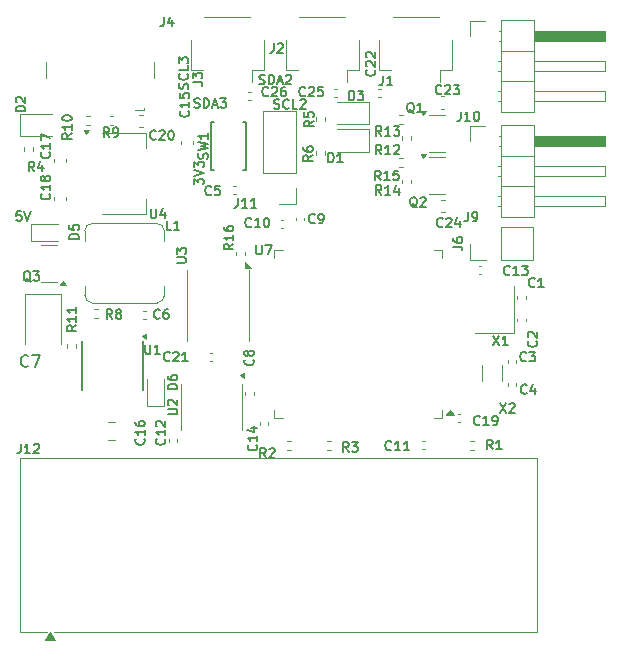
<source format=gbr>
%TF.GenerationSoftware,KiCad,Pcbnew,9.0.1*%
%TF.CreationDate,2025-07-01T00:30:54-05:00*%
%TF.ProjectId,CAN-Sensor-Hub-v1,43414e2d-5365-46e7-936f-722d4875622d,rev?*%
%TF.SameCoordinates,Original*%
%TF.FileFunction,Legend,Top*%
%TF.FilePolarity,Positive*%
%FSLAX46Y46*%
G04 Gerber Fmt 4.6, Leading zero omitted, Abs format (unit mm)*
G04 Created by KiCad (PCBNEW 9.0.1) date 2025-07-01 00:30:54*
%MOMM*%
%LPD*%
G01*
G04 APERTURE LIST*
%ADD10C,0.150000*%
%ADD11C,0.120000*%
%ADD12C,0.127000*%
G04 APERTURE END LIST*
D10*
X140172295Y-66566666D02*
X140743723Y-66566666D01*
X140743723Y-66566666D02*
X140858009Y-66604761D01*
X140858009Y-66604761D02*
X140934200Y-66680952D01*
X140934200Y-66680952D02*
X140972295Y-66795237D01*
X140972295Y-66795237D02*
X140972295Y-66871428D01*
X140172295Y-66261904D02*
X140172295Y-65766666D01*
X140172295Y-65766666D02*
X140477057Y-66033332D01*
X140477057Y-66033332D02*
X140477057Y-65919047D01*
X140477057Y-65919047D02*
X140515152Y-65842856D01*
X140515152Y-65842856D02*
X140553247Y-65804761D01*
X140553247Y-65804761D02*
X140629438Y-65766666D01*
X140629438Y-65766666D02*
X140819914Y-65766666D01*
X140819914Y-65766666D02*
X140896104Y-65804761D01*
X140896104Y-65804761D02*
X140934200Y-65842856D01*
X140934200Y-65842856D02*
X140972295Y-65919047D01*
X140972295Y-65919047D02*
X140972295Y-66147618D01*
X140972295Y-66147618D02*
X140934200Y-66223809D01*
X140934200Y-66223809D02*
X140896104Y-66261904D01*
X139764200Y-67133333D02*
X139802295Y-67019047D01*
X139802295Y-67019047D02*
X139802295Y-66828571D01*
X139802295Y-66828571D02*
X139764200Y-66752380D01*
X139764200Y-66752380D02*
X139726104Y-66714285D01*
X139726104Y-66714285D02*
X139649914Y-66676190D01*
X139649914Y-66676190D02*
X139573723Y-66676190D01*
X139573723Y-66676190D02*
X139497533Y-66714285D01*
X139497533Y-66714285D02*
X139459438Y-66752380D01*
X139459438Y-66752380D02*
X139421342Y-66828571D01*
X139421342Y-66828571D02*
X139383247Y-66980952D01*
X139383247Y-66980952D02*
X139345152Y-67057142D01*
X139345152Y-67057142D02*
X139307057Y-67095237D01*
X139307057Y-67095237D02*
X139230866Y-67133333D01*
X139230866Y-67133333D02*
X139154676Y-67133333D01*
X139154676Y-67133333D02*
X139078485Y-67095237D01*
X139078485Y-67095237D02*
X139040390Y-67057142D01*
X139040390Y-67057142D02*
X139002295Y-66980952D01*
X139002295Y-66980952D02*
X139002295Y-66790475D01*
X139002295Y-66790475D02*
X139040390Y-66676190D01*
X139726104Y-65876189D02*
X139764200Y-65914285D01*
X139764200Y-65914285D02*
X139802295Y-66028570D01*
X139802295Y-66028570D02*
X139802295Y-66104761D01*
X139802295Y-66104761D02*
X139764200Y-66219047D01*
X139764200Y-66219047D02*
X139688009Y-66295237D01*
X139688009Y-66295237D02*
X139611819Y-66333332D01*
X139611819Y-66333332D02*
X139459438Y-66371428D01*
X139459438Y-66371428D02*
X139345152Y-66371428D01*
X139345152Y-66371428D02*
X139192771Y-66333332D01*
X139192771Y-66333332D02*
X139116580Y-66295237D01*
X139116580Y-66295237D02*
X139040390Y-66219047D01*
X139040390Y-66219047D02*
X139002295Y-66104761D01*
X139002295Y-66104761D02*
X139002295Y-66028570D01*
X139002295Y-66028570D02*
X139040390Y-65914285D01*
X139040390Y-65914285D02*
X139078485Y-65876189D01*
X139802295Y-65152380D02*
X139802295Y-65533332D01*
X139802295Y-65533332D02*
X139002295Y-65533332D01*
X139002295Y-64961904D02*
X139002295Y-64466666D01*
X139002295Y-64466666D02*
X139307057Y-64733332D01*
X139307057Y-64733332D02*
X139307057Y-64619047D01*
X139307057Y-64619047D02*
X139345152Y-64542856D01*
X139345152Y-64542856D02*
X139383247Y-64504761D01*
X139383247Y-64504761D02*
X139459438Y-64466666D01*
X139459438Y-64466666D02*
X139649914Y-64466666D01*
X139649914Y-64466666D02*
X139726104Y-64504761D01*
X139726104Y-64504761D02*
X139764200Y-64542856D01*
X139764200Y-64542856D02*
X139802295Y-64619047D01*
X139802295Y-64619047D02*
X139802295Y-64847618D01*
X139802295Y-64847618D02*
X139764200Y-64923809D01*
X139764200Y-64923809D02*
X139726104Y-64961904D01*
X140297618Y-68704200D02*
X140411904Y-68742295D01*
X140411904Y-68742295D02*
X140602380Y-68742295D01*
X140602380Y-68742295D02*
X140678571Y-68704200D01*
X140678571Y-68704200D02*
X140716666Y-68666104D01*
X140716666Y-68666104D02*
X140754761Y-68589914D01*
X140754761Y-68589914D02*
X140754761Y-68513723D01*
X140754761Y-68513723D02*
X140716666Y-68437533D01*
X140716666Y-68437533D02*
X140678571Y-68399438D01*
X140678571Y-68399438D02*
X140602380Y-68361342D01*
X140602380Y-68361342D02*
X140449999Y-68323247D01*
X140449999Y-68323247D02*
X140373809Y-68285152D01*
X140373809Y-68285152D02*
X140335714Y-68247057D01*
X140335714Y-68247057D02*
X140297618Y-68170866D01*
X140297618Y-68170866D02*
X140297618Y-68094676D01*
X140297618Y-68094676D02*
X140335714Y-68018485D01*
X140335714Y-68018485D02*
X140373809Y-67980390D01*
X140373809Y-67980390D02*
X140449999Y-67942295D01*
X140449999Y-67942295D02*
X140640476Y-67942295D01*
X140640476Y-67942295D02*
X140754761Y-67980390D01*
X141097619Y-68742295D02*
X141097619Y-67942295D01*
X141097619Y-67942295D02*
X141288095Y-67942295D01*
X141288095Y-67942295D02*
X141402381Y-67980390D01*
X141402381Y-67980390D02*
X141478571Y-68056580D01*
X141478571Y-68056580D02*
X141516666Y-68132771D01*
X141516666Y-68132771D02*
X141554762Y-68285152D01*
X141554762Y-68285152D02*
X141554762Y-68399438D01*
X141554762Y-68399438D02*
X141516666Y-68551819D01*
X141516666Y-68551819D02*
X141478571Y-68628009D01*
X141478571Y-68628009D02*
X141402381Y-68704200D01*
X141402381Y-68704200D02*
X141288095Y-68742295D01*
X141288095Y-68742295D02*
X141097619Y-68742295D01*
X141859523Y-68513723D02*
X142240476Y-68513723D01*
X141783333Y-68742295D02*
X142050000Y-67942295D01*
X142050000Y-67942295D02*
X142316666Y-68742295D01*
X142507142Y-67942295D02*
X143002380Y-67942295D01*
X143002380Y-67942295D02*
X142735714Y-68247057D01*
X142735714Y-68247057D02*
X142849999Y-68247057D01*
X142849999Y-68247057D02*
X142926190Y-68285152D01*
X142926190Y-68285152D02*
X142964285Y-68323247D01*
X142964285Y-68323247D02*
X143002380Y-68399438D01*
X143002380Y-68399438D02*
X143002380Y-68589914D01*
X143002380Y-68589914D02*
X142964285Y-68666104D01*
X142964285Y-68666104D02*
X142926190Y-68704200D01*
X142926190Y-68704200D02*
X142849999Y-68742295D01*
X142849999Y-68742295D02*
X142621428Y-68742295D01*
X142621428Y-68742295D02*
X142545237Y-68704200D01*
X142545237Y-68704200D02*
X142507142Y-68666104D01*
X147056666Y-68794200D02*
X147170952Y-68832295D01*
X147170952Y-68832295D02*
X147361428Y-68832295D01*
X147361428Y-68832295D02*
X147437619Y-68794200D01*
X147437619Y-68794200D02*
X147475714Y-68756104D01*
X147475714Y-68756104D02*
X147513809Y-68679914D01*
X147513809Y-68679914D02*
X147513809Y-68603723D01*
X147513809Y-68603723D02*
X147475714Y-68527533D01*
X147475714Y-68527533D02*
X147437619Y-68489438D01*
X147437619Y-68489438D02*
X147361428Y-68451342D01*
X147361428Y-68451342D02*
X147209047Y-68413247D01*
X147209047Y-68413247D02*
X147132857Y-68375152D01*
X147132857Y-68375152D02*
X147094762Y-68337057D01*
X147094762Y-68337057D02*
X147056666Y-68260866D01*
X147056666Y-68260866D02*
X147056666Y-68184676D01*
X147056666Y-68184676D02*
X147094762Y-68108485D01*
X147094762Y-68108485D02*
X147132857Y-68070390D01*
X147132857Y-68070390D02*
X147209047Y-68032295D01*
X147209047Y-68032295D02*
X147399524Y-68032295D01*
X147399524Y-68032295D02*
X147513809Y-68070390D01*
X148313810Y-68756104D02*
X148275714Y-68794200D01*
X148275714Y-68794200D02*
X148161429Y-68832295D01*
X148161429Y-68832295D02*
X148085238Y-68832295D01*
X148085238Y-68832295D02*
X147970952Y-68794200D01*
X147970952Y-68794200D02*
X147894762Y-68718009D01*
X147894762Y-68718009D02*
X147856667Y-68641819D01*
X147856667Y-68641819D02*
X147818571Y-68489438D01*
X147818571Y-68489438D02*
X147818571Y-68375152D01*
X147818571Y-68375152D02*
X147856667Y-68222771D01*
X147856667Y-68222771D02*
X147894762Y-68146580D01*
X147894762Y-68146580D02*
X147970952Y-68070390D01*
X147970952Y-68070390D02*
X148085238Y-68032295D01*
X148085238Y-68032295D02*
X148161429Y-68032295D01*
X148161429Y-68032295D02*
X148275714Y-68070390D01*
X148275714Y-68070390D02*
X148313810Y-68108485D01*
X149037619Y-68832295D02*
X148656667Y-68832295D01*
X148656667Y-68832295D02*
X148656667Y-68032295D01*
X149266190Y-68108485D02*
X149304286Y-68070390D01*
X149304286Y-68070390D02*
X149380476Y-68032295D01*
X149380476Y-68032295D02*
X149570952Y-68032295D01*
X149570952Y-68032295D02*
X149647143Y-68070390D01*
X149647143Y-68070390D02*
X149685238Y-68108485D01*
X149685238Y-68108485D02*
X149723333Y-68184676D01*
X149723333Y-68184676D02*
X149723333Y-68260866D01*
X149723333Y-68260866D02*
X149685238Y-68375152D01*
X149685238Y-68375152D02*
X149228095Y-68832295D01*
X149228095Y-68832295D02*
X149723333Y-68832295D01*
X145817618Y-66704200D02*
X145931904Y-66742295D01*
X145931904Y-66742295D02*
X146122380Y-66742295D01*
X146122380Y-66742295D02*
X146198571Y-66704200D01*
X146198571Y-66704200D02*
X146236666Y-66666104D01*
X146236666Y-66666104D02*
X146274761Y-66589914D01*
X146274761Y-66589914D02*
X146274761Y-66513723D01*
X146274761Y-66513723D02*
X146236666Y-66437533D01*
X146236666Y-66437533D02*
X146198571Y-66399438D01*
X146198571Y-66399438D02*
X146122380Y-66361342D01*
X146122380Y-66361342D02*
X145969999Y-66323247D01*
X145969999Y-66323247D02*
X145893809Y-66285152D01*
X145893809Y-66285152D02*
X145855714Y-66247057D01*
X145855714Y-66247057D02*
X145817618Y-66170866D01*
X145817618Y-66170866D02*
X145817618Y-66094676D01*
X145817618Y-66094676D02*
X145855714Y-66018485D01*
X145855714Y-66018485D02*
X145893809Y-65980390D01*
X145893809Y-65980390D02*
X145969999Y-65942295D01*
X145969999Y-65942295D02*
X146160476Y-65942295D01*
X146160476Y-65942295D02*
X146274761Y-65980390D01*
X146617619Y-66742295D02*
X146617619Y-65942295D01*
X146617619Y-65942295D02*
X146808095Y-65942295D01*
X146808095Y-65942295D02*
X146922381Y-65980390D01*
X146922381Y-65980390D02*
X146998571Y-66056580D01*
X146998571Y-66056580D02*
X147036666Y-66132771D01*
X147036666Y-66132771D02*
X147074762Y-66285152D01*
X147074762Y-66285152D02*
X147074762Y-66399438D01*
X147074762Y-66399438D02*
X147036666Y-66551819D01*
X147036666Y-66551819D02*
X146998571Y-66628009D01*
X146998571Y-66628009D02*
X146922381Y-66704200D01*
X146922381Y-66704200D02*
X146808095Y-66742295D01*
X146808095Y-66742295D02*
X146617619Y-66742295D01*
X147379523Y-66513723D02*
X147760476Y-66513723D01*
X147303333Y-66742295D02*
X147570000Y-65942295D01*
X147570000Y-65942295D02*
X147836666Y-66742295D01*
X148065237Y-66018485D02*
X148103333Y-65980390D01*
X148103333Y-65980390D02*
X148179523Y-65942295D01*
X148179523Y-65942295D02*
X148369999Y-65942295D01*
X148369999Y-65942295D02*
X148446190Y-65980390D01*
X148446190Y-65980390D02*
X148484285Y-66018485D01*
X148484285Y-66018485D02*
X148522380Y-66094676D01*
X148522380Y-66094676D02*
X148522380Y-66170866D01*
X148522380Y-66170866D02*
X148484285Y-66285152D01*
X148484285Y-66285152D02*
X148027142Y-66742295D01*
X148027142Y-66742295D02*
X148522380Y-66742295D01*
X140312295Y-75240476D02*
X140312295Y-74745238D01*
X140312295Y-74745238D02*
X140617057Y-75011904D01*
X140617057Y-75011904D02*
X140617057Y-74897619D01*
X140617057Y-74897619D02*
X140655152Y-74821428D01*
X140655152Y-74821428D02*
X140693247Y-74783333D01*
X140693247Y-74783333D02*
X140769438Y-74745238D01*
X140769438Y-74745238D02*
X140959914Y-74745238D01*
X140959914Y-74745238D02*
X141036104Y-74783333D01*
X141036104Y-74783333D02*
X141074200Y-74821428D01*
X141074200Y-74821428D02*
X141112295Y-74897619D01*
X141112295Y-74897619D02*
X141112295Y-75126190D01*
X141112295Y-75126190D02*
X141074200Y-75202381D01*
X141074200Y-75202381D02*
X141036104Y-75240476D01*
X140312295Y-74516666D02*
X141112295Y-74249999D01*
X141112295Y-74249999D02*
X140312295Y-73983333D01*
X140312295Y-73792857D02*
X140312295Y-73297619D01*
X140312295Y-73297619D02*
X140617057Y-73564285D01*
X140617057Y-73564285D02*
X140617057Y-73450000D01*
X140617057Y-73450000D02*
X140655152Y-73373809D01*
X140655152Y-73373809D02*
X140693247Y-73335714D01*
X140693247Y-73335714D02*
X140769438Y-73297619D01*
X140769438Y-73297619D02*
X140959914Y-73297619D01*
X140959914Y-73297619D02*
X141036104Y-73335714D01*
X141036104Y-73335714D02*
X141074200Y-73373809D01*
X141074200Y-73373809D02*
X141112295Y-73450000D01*
X141112295Y-73450000D02*
X141112295Y-73678571D01*
X141112295Y-73678571D02*
X141074200Y-73754762D01*
X141074200Y-73754762D02*
X141036104Y-73792857D01*
X125647619Y-77502295D02*
X125266667Y-77502295D01*
X125266667Y-77502295D02*
X125228571Y-77883247D01*
X125228571Y-77883247D02*
X125266667Y-77845152D01*
X125266667Y-77845152D02*
X125342857Y-77807057D01*
X125342857Y-77807057D02*
X125533333Y-77807057D01*
X125533333Y-77807057D02*
X125609524Y-77845152D01*
X125609524Y-77845152D02*
X125647619Y-77883247D01*
X125647619Y-77883247D02*
X125685714Y-77959438D01*
X125685714Y-77959438D02*
X125685714Y-78149914D01*
X125685714Y-78149914D02*
X125647619Y-78226104D01*
X125647619Y-78226104D02*
X125609524Y-78264200D01*
X125609524Y-78264200D02*
X125533333Y-78302295D01*
X125533333Y-78302295D02*
X125342857Y-78302295D01*
X125342857Y-78302295D02*
X125266667Y-78264200D01*
X125266667Y-78264200D02*
X125228571Y-78226104D01*
X125914286Y-77502295D02*
X126180953Y-78302295D01*
X126180953Y-78302295D02*
X126447619Y-77502295D01*
X126233333Y-90579580D02*
X126185714Y-90627200D01*
X126185714Y-90627200D02*
X126042857Y-90674819D01*
X126042857Y-90674819D02*
X125947619Y-90674819D01*
X125947619Y-90674819D02*
X125804762Y-90627200D01*
X125804762Y-90627200D02*
X125709524Y-90531961D01*
X125709524Y-90531961D02*
X125661905Y-90436723D01*
X125661905Y-90436723D02*
X125614286Y-90246247D01*
X125614286Y-90246247D02*
X125614286Y-90103390D01*
X125614286Y-90103390D02*
X125661905Y-89912914D01*
X125661905Y-89912914D02*
X125709524Y-89817676D01*
X125709524Y-89817676D02*
X125804762Y-89722438D01*
X125804762Y-89722438D02*
X125947619Y-89674819D01*
X125947619Y-89674819D02*
X126042857Y-89674819D01*
X126042857Y-89674819D02*
X126185714Y-89722438D01*
X126185714Y-89722438D02*
X126233333Y-89770057D01*
X126566667Y-89674819D02*
X127233333Y-89674819D01*
X127233333Y-89674819D02*
X126804762Y-90674819D01*
X143992380Y-76392295D02*
X143992380Y-76963723D01*
X143992380Y-76963723D02*
X143954285Y-77078009D01*
X143954285Y-77078009D02*
X143878094Y-77154200D01*
X143878094Y-77154200D02*
X143763809Y-77192295D01*
X143763809Y-77192295D02*
X143687618Y-77192295D01*
X144792380Y-77192295D02*
X144335237Y-77192295D01*
X144563809Y-77192295D02*
X144563809Y-76392295D01*
X144563809Y-76392295D02*
X144487618Y-76506580D01*
X144487618Y-76506580D02*
X144411428Y-76582771D01*
X144411428Y-76582771D02*
X144335237Y-76620866D01*
X145554285Y-77192295D02*
X145097142Y-77192295D01*
X145325714Y-77192295D02*
X145325714Y-76392295D01*
X145325714Y-76392295D02*
X145249523Y-76506580D01*
X145249523Y-76506580D02*
X145173333Y-76582771D01*
X145173333Y-76582771D02*
X145097142Y-76620866D01*
X133366667Y-86612295D02*
X133100000Y-86231342D01*
X132909524Y-86612295D02*
X132909524Y-85812295D01*
X132909524Y-85812295D02*
X133214286Y-85812295D01*
X133214286Y-85812295D02*
X133290476Y-85850390D01*
X133290476Y-85850390D02*
X133328571Y-85888485D01*
X133328571Y-85888485D02*
X133366667Y-85964676D01*
X133366667Y-85964676D02*
X133366667Y-86078961D01*
X133366667Y-86078961D02*
X133328571Y-86155152D01*
X133328571Y-86155152D02*
X133290476Y-86193247D01*
X133290476Y-86193247D02*
X133214286Y-86231342D01*
X133214286Y-86231342D02*
X132909524Y-86231342D01*
X133823809Y-86155152D02*
X133747619Y-86117057D01*
X133747619Y-86117057D02*
X133709524Y-86078961D01*
X133709524Y-86078961D02*
X133671428Y-86002771D01*
X133671428Y-86002771D02*
X133671428Y-85964676D01*
X133671428Y-85964676D02*
X133709524Y-85888485D01*
X133709524Y-85888485D02*
X133747619Y-85850390D01*
X133747619Y-85850390D02*
X133823809Y-85812295D01*
X133823809Y-85812295D02*
X133976190Y-85812295D01*
X133976190Y-85812295D02*
X134052381Y-85850390D01*
X134052381Y-85850390D02*
X134090476Y-85888485D01*
X134090476Y-85888485D02*
X134128571Y-85964676D01*
X134128571Y-85964676D02*
X134128571Y-86002771D01*
X134128571Y-86002771D02*
X134090476Y-86078961D01*
X134090476Y-86078961D02*
X134052381Y-86117057D01*
X134052381Y-86117057D02*
X133976190Y-86155152D01*
X133976190Y-86155152D02*
X133823809Y-86155152D01*
X133823809Y-86155152D02*
X133747619Y-86193247D01*
X133747619Y-86193247D02*
X133709524Y-86231342D01*
X133709524Y-86231342D02*
X133671428Y-86307533D01*
X133671428Y-86307533D02*
X133671428Y-86459914D01*
X133671428Y-86459914D02*
X133709524Y-86536104D01*
X133709524Y-86536104D02*
X133747619Y-86574200D01*
X133747619Y-86574200D02*
X133823809Y-86612295D01*
X133823809Y-86612295D02*
X133976190Y-86612295D01*
X133976190Y-86612295D02*
X134052381Y-86574200D01*
X134052381Y-86574200D02*
X134090476Y-86536104D01*
X134090476Y-86536104D02*
X134128571Y-86459914D01*
X134128571Y-86459914D02*
X134128571Y-86307533D01*
X134128571Y-86307533D02*
X134090476Y-86231342D01*
X134090476Y-86231342D02*
X134052381Y-86193247D01*
X134052381Y-86193247D02*
X133976190Y-86155152D01*
X146555714Y-67706104D02*
X146517618Y-67744200D01*
X146517618Y-67744200D02*
X146403333Y-67782295D01*
X146403333Y-67782295D02*
X146327142Y-67782295D01*
X146327142Y-67782295D02*
X146212856Y-67744200D01*
X146212856Y-67744200D02*
X146136666Y-67668009D01*
X146136666Y-67668009D02*
X146098571Y-67591819D01*
X146098571Y-67591819D02*
X146060475Y-67439438D01*
X146060475Y-67439438D02*
X146060475Y-67325152D01*
X146060475Y-67325152D02*
X146098571Y-67172771D01*
X146098571Y-67172771D02*
X146136666Y-67096580D01*
X146136666Y-67096580D02*
X146212856Y-67020390D01*
X146212856Y-67020390D02*
X146327142Y-66982295D01*
X146327142Y-66982295D02*
X146403333Y-66982295D01*
X146403333Y-66982295D02*
X146517618Y-67020390D01*
X146517618Y-67020390D02*
X146555714Y-67058485D01*
X146860475Y-67058485D02*
X146898571Y-67020390D01*
X146898571Y-67020390D02*
X146974761Y-66982295D01*
X146974761Y-66982295D02*
X147165237Y-66982295D01*
X147165237Y-66982295D02*
X147241428Y-67020390D01*
X147241428Y-67020390D02*
X147279523Y-67058485D01*
X147279523Y-67058485D02*
X147317618Y-67134676D01*
X147317618Y-67134676D02*
X147317618Y-67210866D01*
X147317618Y-67210866D02*
X147279523Y-67325152D01*
X147279523Y-67325152D02*
X146822380Y-67782295D01*
X146822380Y-67782295D02*
X147317618Y-67782295D01*
X148003333Y-66982295D02*
X147850952Y-66982295D01*
X147850952Y-66982295D02*
X147774761Y-67020390D01*
X147774761Y-67020390D02*
X147736666Y-67058485D01*
X147736666Y-67058485D02*
X147660476Y-67172771D01*
X147660476Y-67172771D02*
X147622380Y-67325152D01*
X147622380Y-67325152D02*
X147622380Y-67629914D01*
X147622380Y-67629914D02*
X147660476Y-67706104D01*
X147660476Y-67706104D02*
X147698571Y-67744200D01*
X147698571Y-67744200D02*
X147774761Y-67782295D01*
X147774761Y-67782295D02*
X147927142Y-67782295D01*
X147927142Y-67782295D02*
X148003333Y-67744200D01*
X148003333Y-67744200D02*
X148041428Y-67706104D01*
X148041428Y-67706104D02*
X148079523Y-67629914D01*
X148079523Y-67629914D02*
X148079523Y-67439438D01*
X148079523Y-67439438D02*
X148041428Y-67363247D01*
X148041428Y-67363247D02*
X148003333Y-67325152D01*
X148003333Y-67325152D02*
X147927142Y-67287057D01*
X147927142Y-67287057D02*
X147774761Y-67287057D01*
X147774761Y-67287057D02*
X147698571Y-67325152D01*
X147698571Y-67325152D02*
X147660476Y-67363247D01*
X147660476Y-67363247D02*
X147622380Y-67439438D01*
X149705714Y-67686104D02*
X149667618Y-67724200D01*
X149667618Y-67724200D02*
X149553333Y-67762295D01*
X149553333Y-67762295D02*
X149477142Y-67762295D01*
X149477142Y-67762295D02*
X149362856Y-67724200D01*
X149362856Y-67724200D02*
X149286666Y-67648009D01*
X149286666Y-67648009D02*
X149248571Y-67571819D01*
X149248571Y-67571819D02*
X149210475Y-67419438D01*
X149210475Y-67419438D02*
X149210475Y-67305152D01*
X149210475Y-67305152D02*
X149248571Y-67152771D01*
X149248571Y-67152771D02*
X149286666Y-67076580D01*
X149286666Y-67076580D02*
X149362856Y-67000390D01*
X149362856Y-67000390D02*
X149477142Y-66962295D01*
X149477142Y-66962295D02*
X149553333Y-66962295D01*
X149553333Y-66962295D02*
X149667618Y-67000390D01*
X149667618Y-67000390D02*
X149705714Y-67038485D01*
X150010475Y-67038485D02*
X150048571Y-67000390D01*
X150048571Y-67000390D02*
X150124761Y-66962295D01*
X150124761Y-66962295D02*
X150315237Y-66962295D01*
X150315237Y-66962295D02*
X150391428Y-67000390D01*
X150391428Y-67000390D02*
X150429523Y-67038485D01*
X150429523Y-67038485D02*
X150467618Y-67114676D01*
X150467618Y-67114676D02*
X150467618Y-67190866D01*
X150467618Y-67190866D02*
X150429523Y-67305152D01*
X150429523Y-67305152D02*
X149972380Y-67762295D01*
X149972380Y-67762295D02*
X150467618Y-67762295D01*
X151191428Y-66962295D02*
X150810476Y-66962295D01*
X150810476Y-66962295D02*
X150772380Y-67343247D01*
X150772380Y-67343247D02*
X150810476Y-67305152D01*
X150810476Y-67305152D02*
X150886666Y-67267057D01*
X150886666Y-67267057D02*
X151077142Y-67267057D01*
X151077142Y-67267057D02*
X151153333Y-67305152D01*
X151153333Y-67305152D02*
X151191428Y-67343247D01*
X151191428Y-67343247D02*
X151229523Y-67419438D01*
X151229523Y-67419438D02*
X151229523Y-67609914D01*
X151229523Y-67609914D02*
X151191428Y-67686104D01*
X151191428Y-67686104D02*
X151153333Y-67724200D01*
X151153333Y-67724200D02*
X151077142Y-67762295D01*
X151077142Y-67762295D02*
X150886666Y-67762295D01*
X150886666Y-67762295D02*
X150810476Y-67724200D01*
X150810476Y-67724200D02*
X150772380Y-67686104D01*
X155566104Y-65544285D02*
X155604200Y-65582381D01*
X155604200Y-65582381D02*
X155642295Y-65696666D01*
X155642295Y-65696666D02*
X155642295Y-65772857D01*
X155642295Y-65772857D02*
X155604200Y-65887143D01*
X155604200Y-65887143D02*
X155528009Y-65963333D01*
X155528009Y-65963333D02*
X155451819Y-66001428D01*
X155451819Y-66001428D02*
X155299438Y-66039524D01*
X155299438Y-66039524D02*
X155185152Y-66039524D01*
X155185152Y-66039524D02*
X155032771Y-66001428D01*
X155032771Y-66001428D02*
X154956580Y-65963333D01*
X154956580Y-65963333D02*
X154880390Y-65887143D01*
X154880390Y-65887143D02*
X154842295Y-65772857D01*
X154842295Y-65772857D02*
X154842295Y-65696666D01*
X154842295Y-65696666D02*
X154880390Y-65582381D01*
X154880390Y-65582381D02*
X154918485Y-65544285D01*
X154918485Y-65239524D02*
X154880390Y-65201428D01*
X154880390Y-65201428D02*
X154842295Y-65125238D01*
X154842295Y-65125238D02*
X154842295Y-64934762D01*
X154842295Y-64934762D02*
X154880390Y-64858571D01*
X154880390Y-64858571D02*
X154918485Y-64820476D01*
X154918485Y-64820476D02*
X154994676Y-64782381D01*
X154994676Y-64782381D02*
X155070866Y-64782381D01*
X155070866Y-64782381D02*
X155185152Y-64820476D01*
X155185152Y-64820476D02*
X155642295Y-65277619D01*
X155642295Y-65277619D02*
X155642295Y-64782381D01*
X154918485Y-64477619D02*
X154880390Y-64439523D01*
X154880390Y-64439523D02*
X154842295Y-64363333D01*
X154842295Y-64363333D02*
X154842295Y-64172857D01*
X154842295Y-64172857D02*
X154880390Y-64096666D01*
X154880390Y-64096666D02*
X154918485Y-64058571D01*
X154918485Y-64058571D02*
X154994676Y-64020476D01*
X154994676Y-64020476D02*
X155070866Y-64020476D01*
X155070866Y-64020476D02*
X155185152Y-64058571D01*
X155185152Y-64058571D02*
X155642295Y-64515714D01*
X155642295Y-64515714D02*
X155642295Y-64020476D01*
X156273333Y-66032295D02*
X156273333Y-66603723D01*
X156273333Y-66603723D02*
X156235238Y-66718009D01*
X156235238Y-66718009D02*
X156159047Y-66794200D01*
X156159047Y-66794200D02*
X156044762Y-66832295D01*
X156044762Y-66832295D02*
X155968571Y-66832295D01*
X157073333Y-66832295D02*
X156616190Y-66832295D01*
X156844762Y-66832295D02*
X156844762Y-66032295D01*
X156844762Y-66032295D02*
X156768571Y-66146580D01*
X156768571Y-66146580D02*
X156692381Y-66222771D01*
X156692381Y-66222771D02*
X156616190Y-66260866D01*
X147013333Y-63282295D02*
X147013333Y-63853723D01*
X147013333Y-63853723D02*
X146975238Y-63968009D01*
X146975238Y-63968009D02*
X146899047Y-64044200D01*
X146899047Y-64044200D02*
X146784762Y-64082295D01*
X146784762Y-64082295D02*
X146708571Y-64082295D01*
X147356190Y-63358485D02*
X147394286Y-63320390D01*
X147394286Y-63320390D02*
X147470476Y-63282295D01*
X147470476Y-63282295D02*
X147660952Y-63282295D01*
X147660952Y-63282295D02*
X147737143Y-63320390D01*
X147737143Y-63320390D02*
X147775238Y-63358485D01*
X147775238Y-63358485D02*
X147813333Y-63434676D01*
X147813333Y-63434676D02*
X147813333Y-63510866D01*
X147813333Y-63510866D02*
X147775238Y-63625152D01*
X147775238Y-63625152D02*
X147318095Y-64082295D01*
X147318095Y-64082295D02*
X147813333Y-64082295D01*
X150496667Y-78466104D02*
X150458571Y-78504200D01*
X150458571Y-78504200D02*
X150344286Y-78542295D01*
X150344286Y-78542295D02*
X150268095Y-78542295D01*
X150268095Y-78542295D02*
X150153809Y-78504200D01*
X150153809Y-78504200D02*
X150077619Y-78428009D01*
X150077619Y-78428009D02*
X150039524Y-78351819D01*
X150039524Y-78351819D02*
X150001428Y-78199438D01*
X150001428Y-78199438D02*
X150001428Y-78085152D01*
X150001428Y-78085152D02*
X150039524Y-77932771D01*
X150039524Y-77932771D02*
X150077619Y-77856580D01*
X150077619Y-77856580D02*
X150153809Y-77780390D01*
X150153809Y-77780390D02*
X150268095Y-77742295D01*
X150268095Y-77742295D02*
X150344286Y-77742295D01*
X150344286Y-77742295D02*
X150458571Y-77780390D01*
X150458571Y-77780390D02*
X150496667Y-77818485D01*
X150877619Y-78542295D02*
X151030000Y-78542295D01*
X151030000Y-78542295D02*
X151106190Y-78504200D01*
X151106190Y-78504200D02*
X151144286Y-78466104D01*
X151144286Y-78466104D02*
X151220476Y-78351819D01*
X151220476Y-78351819D02*
X151258571Y-78199438D01*
X151258571Y-78199438D02*
X151258571Y-77894676D01*
X151258571Y-77894676D02*
X151220476Y-77818485D01*
X151220476Y-77818485D02*
X151182381Y-77780390D01*
X151182381Y-77780390D02*
X151106190Y-77742295D01*
X151106190Y-77742295D02*
X150953809Y-77742295D01*
X150953809Y-77742295D02*
X150877619Y-77780390D01*
X150877619Y-77780390D02*
X150839524Y-77818485D01*
X150839524Y-77818485D02*
X150801428Y-77894676D01*
X150801428Y-77894676D02*
X150801428Y-78085152D01*
X150801428Y-78085152D02*
X150839524Y-78161342D01*
X150839524Y-78161342D02*
X150877619Y-78199438D01*
X150877619Y-78199438D02*
X150953809Y-78237533D01*
X150953809Y-78237533D02*
X151106190Y-78237533D01*
X151106190Y-78237533D02*
X151182381Y-78199438D01*
X151182381Y-78199438D02*
X151220476Y-78161342D01*
X151220476Y-78161342D02*
X151258571Y-78085152D01*
X145266104Y-90063332D02*
X145304200Y-90101428D01*
X145304200Y-90101428D02*
X145342295Y-90215713D01*
X145342295Y-90215713D02*
X145342295Y-90291904D01*
X145342295Y-90291904D02*
X145304200Y-90406190D01*
X145304200Y-90406190D02*
X145228009Y-90482380D01*
X145228009Y-90482380D02*
X145151819Y-90520475D01*
X145151819Y-90520475D02*
X144999438Y-90558571D01*
X144999438Y-90558571D02*
X144885152Y-90558571D01*
X144885152Y-90558571D02*
X144732771Y-90520475D01*
X144732771Y-90520475D02*
X144656580Y-90482380D01*
X144656580Y-90482380D02*
X144580390Y-90406190D01*
X144580390Y-90406190D02*
X144542295Y-90291904D01*
X144542295Y-90291904D02*
X144542295Y-90215713D01*
X144542295Y-90215713D02*
X144580390Y-90101428D01*
X144580390Y-90101428D02*
X144618485Y-90063332D01*
X144885152Y-89606190D02*
X144847057Y-89682380D01*
X144847057Y-89682380D02*
X144808961Y-89720475D01*
X144808961Y-89720475D02*
X144732771Y-89758571D01*
X144732771Y-89758571D02*
X144694676Y-89758571D01*
X144694676Y-89758571D02*
X144618485Y-89720475D01*
X144618485Y-89720475D02*
X144580390Y-89682380D01*
X144580390Y-89682380D02*
X144542295Y-89606190D01*
X144542295Y-89606190D02*
X144542295Y-89453809D01*
X144542295Y-89453809D02*
X144580390Y-89377618D01*
X144580390Y-89377618D02*
X144618485Y-89339523D01*
X144618485Y-89339523D02*
X144694676Y-89301428D01*
X144694676Y-89301428D02*
X144732771Y-89301428D01*
X144732771Y-89301428D02*
X144808961Y-89339523D01*
X144808961Y-89339523D02*
X144847057Y-89377618D01*
X144847057Y-89377618D02*
X144885152Y-89453809D01*
X144885152Y-89453809D02*
X144885152Y-89606190D01*
X144885152Y-89606190D02*
X144923247Y-89682380D01*
X144923247Y-89682380D02*
X144961342Y-89720475D01*
X144961342Y-89720475D02*
X145037533Y-89758571D01*
X145037533Y-89758571D02*
X145189914Y-89758571D01*
X145189914Y-89758571D02*
X145266104Y-89720475D01*
X145266104Y-89720475D02*
X145304200Y-89682380D01*
X145304200Y-89682380D02*
X145342295Y-89606190D01*
X145342295Y-89606190D02*
X145342295Y-89453809D01*
X145342295Y-89453809D02*
X145304200Y-89377618D01*
X145304200Y-89377618D02*
X145266104Y-89339523D01*
X145266104Y-89339523D02*
X145189914Y-89301428D01*
X145189914Y-89301428D02*
X145037533Y-89301428D01*
X145037533Y-89301428D02*
X144961342Y-89339523D01*
X144961342Y-89339523D02*
X144923247Y-89377618D01*
X144923247Y-89377618D02*
X144885152Y-89453809D01*
X162207295Y-80516666D02*
X162778723Y-80516666D01*
X162778723Y-80516666D02*
X162893009Y-80554761D01*
X162893009Y-80554761D02*
X162969200Y-80630952D01*
X162969200Y-80630952D02*
X163007295Y-80745237D01*
X163007295Y-80745237D02*
X163007295Y-80821428D01*
X162207295Y-79792856D02*
X162207295Y-79945237D01*
X162207295Y-79945237D02*
X162245390Y-80021428D01*
X162245390Y-80021428D02*
X162283485Y-80059523D01*
X162283485Y-80059523D02*
X162397771Y-80135713D01*
X162397771Y-80135713D02*
X162550152Y-80173809D01*
X162550152Y-80173809D02*
X162854914Y-80173809D01*
X162854914Y-80173809D02*
X162931104Y-80135713D01*
X162931104Y-80135713D02*
X162969200Y-80097618D01*
X162969200Y-80097618D02*
X163007295Y-80021428D01*
X163007295Y-80021428D02*
X163007295Y-79869047D01*
X163007295Y-79869047D02*
X162969200Y-79792856D01*
X162969200Y-79792856D02*
X162931104Y-79754761D01*
X162931104Y-79754761D02*
X162854914Y-79716666D01*
X162854914Y-79716666D02*
X162664438Y-79716666D01*
X162664438Y-79716666D02*
X162588247Y-79754761D01*
X162588247Y-79754761D02*
X162550152Y-79792856D01*
X162550152Y-79792856D02*
X162512057Y-79869047D01*
X162512057Y-79869047D02*
X162512057Y-80021428D01*
X162512057Y-80021428D02*
X162550152Y-80097618D01*
X162550152Y-80097618D02*
X162588247Y-80135713D01*
X162588247Y-80135713D02*
X162664438Y-80173809D01*
X150322295Y-72763332D02*
X149941342Y-73029999D01*
X150322295Y-73220475D02*
X149522295Y-73220475D01*
X149522295Y-73220475D02*
X149522295Y-72915713D01*
X149522295Y-72915713D02*
X149560390Y-72839523D01*
X149560390Y-72839523D02*
X149598485Y-72801428D01*
X149598485Y-72801428D02*
X149674676Y-72763332D01*
X149674676Y-72763332D02*
X149788961Y-72763332D01*
X149788961Y-72763332D02*
X149865152Y-72801428D01*
X149865152Y-72801428D02*
X149903247Y-72839523D01*
X149903247Y-72839523D02*
X149941342Y-72915713D01*
X149941342Y-72915713D02*
X149941342Y-73220475D01*
X149522295Y-72077618D02*
X149522295Y-72229999D01*
X149522295Y-72229999D02*
X149560390Y-72306190D01*
X149560390Y-72306190D02*
X149598485Y-72344285D01*
X149598485Y-72344285D02*
X149712771Y-72420475D01*
X149712771Y-72420475D02*
X149865152Y-72458571D01*
X149865152Y-72458571D02*
X150169914Y-72458571D01*
X150169914Y-72458571D02*
X150246104Y-72420475D01*
X150246104Y-72420475D02*
X150284200Y-72382380D01*
X150284200Y-72382380D02*
X150322295Y-72306190D01*
X150322295Y-72306190D02*
X150322295Y-72153809D01*
X150322295Y-72153809D02*
X150284200Y-72077618D01*
X150284200Y-72077618D02*
X150246104Y-72039523D01*
X150246104Y-72039523D02*
X150169914Y-72001428D01*
X150169914Y-72001428D02*
X149979438Y-72001428D01*
X149979438Y-72001428D02*
X149903247Y-72039523D01*
X149903247Y-72039523D02*
X149865152Y-72077618D01*
X149865152Y-72077618D02*
X149827057Y-72153809D01*
X149827057Y-72153809D02*
X149827057Y-72306190D01*
X149827057Y-72306190D02*
X149865152Y-72382380D01*
X149865152Y-72382380D02*
X149903247Y-72420475D01*
X149903247Y-72420475D02*
X149979438Y-72458571D01*
X150402295Y-69833332D02*
X150021342Y-70099999D01*
X150402295Y-70290475D02*
X149602295Y-70290475D01*
X149602295Y-70290475D02*
X149602295Y-69985713D01*
X149602295Y-69985713D02*
X149640390Y-69909523D01*
X149640390Y-69909523D02*
X149678485Y-69871428D01*
X149678485Y-69871428D02*
X149754676Y-69833332D01*
X149754676Y-69833332D02*
X149868961Y-69833332D01*
X149868961Y-69833332D02*
X149945152Y-69871428D01*
X149945152Y-69871428D02*
X149983247Y-69909523D01*
X149983247Y-69909523D02*
X150021342Y-69985713D01*
X150021342Y-69985713D02*
X150021342Y-70290475D01*
X149602295Y-69109523D02*
X149602295Y-69490475D01*
X149602295Y-69490475D02*
X149983247Y-69528571D01*
X149983247Y-69528571D02*
X149945152Y-69490475D01*
X149945152Y-69490475D02*
X149907057Y-69414285D01*
X149907057Y-69414285D02*
X149907057Y-69223809D01*
X149907057Y-69223809D02*
X149945152Y-69147618D01*
X149945152Y-69147618D02*
X149983247Y-69109523D01*
X149983247Y-69109523D02*
X150059438Y-69071428D01*
X150059438Y-69071428D02*
X150249914Y-69071428D01*
X150249914Y-69071428D02*
X150326104Y-69109523D01*
X150326104Y-69109523D02*
X150364200Y-69147618D01*
X150364200Y-69147618D02*
X150402295Y-69223809D01*
X150402295Y-69223809D02*
X150402295Y-69414285D01*
X150402295Y-69414285D02*
X150364200Y-69490475D01*
X150364200Y-69490475D02*
X150326104Y-69528571D01*
X126766667Y-74112295D02*
X126500000Y-73731342D01*
X126309524Y-74112295D02*
X126309524Y-73312295D01*
X126309524Y-73312295D02*
X126614286Y-73312295D01*
X126614286Y-73312295D02*
X126690476Y-73350390D01*
X126690476Y-73350390D02*
X126728571Y-73388485D01*
X126728571Y-73388485D02*
X126766667Y-73464676D01*
X126766667Y-73464676D02*
X126766667Y-73578961D01*
X126766667Y-73578961D02*
X126728571Y-73655152D01*
X126728571Y-73655152D02*
X126690476Y-73693247D01*
X126690476Y-73693247D02*
X126614286Y-73731342D01*
X126614286Y-73731342D02*
X126309524Y-73731342D01*
X127452381Y-73578961D02*
X127452381Y-74112295D01*
X127261905Y-73274200D02*
X127071428Y-73845628D01*
X127071428Y-73845628D02*
X127566667Y-73845628D01*
X137733333Y-61062295D02*
X137733333Y-61633723D01*
X137733333Y-61633723D02*
X137695238Y-61748009D01*
X137695238Y-61748009D02*
X137619047Y-61824200D01*
X137619047Y-61824200D02*
X137504762Y-61862295D01*
X137504762Y-61862295D02*
X137428571Y-61862295D01*
X138457143Y-61328961D02*
X138457143Y-61862295D01*
X138266667Y-61024200D02*
X138076190Y-61595628D01*
X138076190Y-61595628D02*
X138571429Y-61595628D01*
X138812295Y-81859523D02*
X139459914Y-81859523D01*
X139459914Y-81859523D02*
X139536104Y-81821428D01*
X139536104Y-81821428D02*
X139574200Y-81783333D01*
X139574200Y-81783333D02*
X139612295Y-81707142D01*
X139612295Y-81707142D02*
X139612295Y-81554761D01*
X139612295Y-81554761D02*
X139574200Y-81478571D01*
X139574200Y-81478571D02*
X139536104Y-81440476D01*
X139536104Y-81440476D02*
X139459914Y-81402380D01*
X139459914Y-81402380D02*
X138812295Y-81402380D01*
X138812295Y-81097619D02*
X138812295Y-80602381D01*
X138812295Y-80602381D02*
X139117057Y-80869047D01*
X139117057Y-80869047D02*
X139117057Y-80754762D01*
X139117057Y-80754762D02*
X139155152Y-80678571D01*
X139155152Y-80678571D02*
X139193247Y-80640476D01*
X139193247Y-80640476D02*
X139269438Y-80602381D01*
X139269438Y-80602381D02*
X139459914Y-80602381D01*
X139459914Y-80602381D02*
X139536104Y-80640476D01*
X139536104Y-80640476D02*
X139574200Y-80678571D01*
X139574200Y-80678571D02*
X139612295Y-80754762D01*
X139612295Y-80754762D02*
X139612295Y-80983333D01*
X139612295Y-80983333D02*
X139574200Y-81059524D01*
X139574200Y-81059524D02*
X139536104Y-81097619D01*
X145135714Y-78776104D02*
X145097618Y-78814200D01*
X145097618Y-78814200D02*
X144983333Y-78852295D01*
X144983333Y-78852295D02*
X144907142Y-78852295D01*
X144907142Y-78852295D02*
X144792856Y-78814200D01*
X144792856Y-78814200D02*
X144716666Y-78738009D01*
X144716666Y-78738009D02*
X144678571Y-78661819D01*
X144678571Y-78661819D02*
X144640475Y-78509438D01*
X144640475Y-78509438D02*
X144640475Y-78395152D01*
X144640475Y-78395152D02*
X144678571Y-78242771D01*
X144678571Y-78242771D02*
X144716666Y-78166580D01*
X144716666Y-78166580D02*
X144792856Y-78090390D01*
X144792856Y-78090390D02*
X144907142Y-78052295D01*
X144907142Y-78052295D02*
X144983333Y-78052295D01*
X144983333Y-78052295D02*
X145097618Y-78090390D01*
X145097618Y-78090390D02*
X145135714Y-78128485D01*
X145897618Y-78852295D02*
X145440475Y-78852295D01*
X145669047Y-78852295D02*
X145669047Y-78052295D01*
X145669047Y-78052295D02*
X145592856Y-78166580D01*
X145592856Y-78166580D02*
X145516666Y-78242771D01*
X145516666Y-78242771D02*
X145440475Y-78280866D01*
X146392857Y-78052295D02*
X146469047Y-78052295D01*
X146469047Y-78052295D02*
X146545238Y-78090390D01*
X146545238Y-78090390D02*
X146583333Y-78128485D01*
X146583333Y-78128485D02*
X146621428Y-78204676D01*
X146621428Y-78204676D02*
X146659523Y-78357057D01*
X146659523Y-78357057D02*
X146659523Y-78547533D01*
X146659523Y-78547533D02*
X146621428Y-78699914D01*
X146621428Y-78699914D02*
X146583333Y-78776104D01*
X146583333Y-78776104D02*
X146545238Y-78814200D01*
X146545238Y-78814200D02*
X146469047Y-78852295D01*
X146469047Y-78852295D02*
X146392857Y-78852295D01*
X146392857Y-78852295D02*
X146316666Y-78814200D01*
X146316666Y-78814200D02*
X146278571Y-78776104D01*
X146278571Y-78776104D02*
X146240476Y-78699914D01*
X146240476Y-78699914D02*
X146202380Y-78547533D01*
X146202380Y-78547533D02*
X146202380Y-78357057D01*
X146202380Y-78357057D02*
X146240476Y-78204676D01*
X146240476Y-78204676D02*
X146278571Y-78128485D01*
X146278571Y-78128485D02*
X146316666Y-78090390D01*
X146316666Y-78090390D02*
X146392857Y-78052295D01*
X169246104Y-88483332D02*
X169284200Y-88521428D01*
X169284200Y-88521428D02*
X169322295Y-88635713D01*
X169322295Y-88635713D02*
X169322295Y-88711904D01*
X169322295Y-88711904D02*
X169284200Y-88826190D01*
X169284200Y-88826190D02*
X169208009Y-88902380D01*
X169208009Y-88902380D02*
X169131819Y-88940475D01*
X169131819Y-88940475D02*
X168979438Y-88978571D01*
X168979438Y-88978571D02*
X168865152Y-88978571D01*
X168865152Y-88978571D02*
X168712771Y-88940475D01*
X168712771Y-88940475D02*
X168636580Y-88902380D01*
X168636580Y-88902380D02*
X168560390Y-88826190D01*
X168560390Y-88826190D02*
X168522295Y-88711904D01*
X168522295Y-88711904D02*
X168522295Y-88635713D01*
X168522295Y-88635713D02*
X168560390Y-88521428D01*
X168560390Y-88521428D02*
X168598485Y-88483332D01*
X168598485Y-88178571D02*
X168560390Y-88140475D01*
X168560390Y-88140475D02*
X168522295Y-88064285D01*
X168522295Y-88064285D02*
X168522295Y-87873809D01*
X168522295Y-87873809D02*
X168560390Y-87797618D01*
X168560390Y-87797618D02*
X168598485Y-87759523D01*
X168598485Y-87759523D02*
X168674676Y-87721428D01*
X168674676Y-87721428D02*
X168750866Y-87721428D01*
X168750866Y-87721428D02*
X168865152Y-87759523D01*
X168865152Y-87759523D02*
X169322295Y-88216666D01*
X169322295Y-88216666D02*
X169322295Y-87721428D01*
X156985714Y-97686104D02*
X156947618Y-97724200D01*
X156947618Y-97724200D02*
X156833333Y-97762295D01*
X156833333Y-97762295D02*
X156757142Y-97762295D01*
X156757142Y-97762295D02*
X156642856Y-97724200D01*
X156642856Y-97724200D02*
X156566666Y-97648009D01*
X156566666Y-97648009D02*
X156528571Y-97571819D01*
X156528571Y-97571819D02*
X156490475Y-97419438D01*
X156490475Y-97419438D02*
X156490475Y-97305152D01*
X156490475Y-97305152D02*
X156528571Y-97152771D01*
X156528571Y-97152771D02*
X156566666Y-97076580D01*
X156566666Y-97076580D02*
X156642856Y-97000390D01*
X156642856Y-97000390D02*
X156757142Y-96962295D01*
X156757142Y-96962295D02*
X156833333Y-96962295D01*
X156833333Y-96962295D02*
X156947618Y-97000390D01*
X156947618Y-97000390D02*
X156985714Y-97038485D01*
X157747618Y-97762295D02*
X157290475Y-97762295D01*
X157519047Y-97762295D02*
X157519047Y-96962295D01*
X157519047Y-96962295D02*
X157442856Y-97076580D01*
X157442856Y-97076580D02*
X157366666Y-97152771D01*
X157366666Y-97152771D02*
X157290475Y-97190866D01*
X158509523Y-97762295D02*
X158052380Y-97762295D01*
X158280952Y-97762295D02*
X158280952Y-96962295D01*
X158280952Y-96962295D02*
X158204761Y-97076580D01*
X158204761Y-97076580D02*
X158128571Y-97152771D01*
X158128571Y-97152771D02*
X158052380Y-97190866D01*
X141746667Y-76076104D02*
X141708571Y-76114200D01*
X141708571Y-76114200D02*
X141594286Y-76152295D01*
X141594286Y-76152295D02*
X141518095Y-76152295D01*
X141518095Y-76152295D02*
X141403809Y-76114200D01*
X141403809Y-76114200D02*
X141327619Y-76038009D01*
X141327619Y-76038009D02*
X141289524Y-75961819D01*
X141289524Y-75961819D02*
X141251428Y-75809438D01*
X141251428Y-75809438D02*
X141251428Y-75695152D01*
X141251428Y-75695152D02*
X141289524Y-75542771D01*
X141289524Y-75542771D02*
X141327619Y-75466580D01*
X141327619Y-75466580D02*
X141403809Y-75390390D01*
X141403809Y-75390390D02*
X141518095Y-75352295D01*
X141518095Y-75352295D02*
X141594286Y-75352295D01*
X141594286Y-75352295D02*
X141708571Y-75390390D01*
X141708571Y-75390390D02*
X141746667Y-75428485D01*
X142470476Y-75352295D02*
X142089524Y-75352295D01*
X142089524Y-75352295D02*
X142051428Y-75733247D01*
X142051428Y-75733247D02*
X142089524Y-75695152D01*
X142089524Y-75695152D02*
X142165714Y-75657057D01*
X142165714Y-75657057D02*
X142356190Y-75657057D01*
X142356190Y-75657057D02*
X142432381Y-75695152D01*
X142432381Y-75695152D02*
X142470476Y-75733247D01*
X142470476Y-75733247D02*
X142508571Y-75809438D01*
X142508571Y-75809438D02*
X142508571Y-75999914D01*
X142508571Y-75999914D02*
X142470476Y-76076104D01*
X142470476Y-76076104D02*
X142432381Y-76114200D01*
X142432381Y-76114200D02*
X142356190Y-76152295D01*
X142356190Y-76152295D02*
X142165714Y-76152295D01*
X142165714Y-76152295D02*
X142089524Y-76114200D01*
X142089524Y-76114200D02*
X142051428Y-76076104D01*
X156155714Y-72702295D02*
X155889047Y-72321342D01*
X155698571Y-72702295D02*
X155698571Y-71902295D01*
X155698571Y-71902295D02*
X156003333Y-71902295D01*
X156003333Y-71902295D02*
X156079523Y-71940390D01*
X156079523Y-71940390D02*
X156117618Y-71978485D01*
X156117618Y-71978485D02*
X156155714Y-72054676D01*
X156155714Y-72054676D02*
X156155714Y-72168961D01*
X156155714Y-72168961D02*
X156117618Y-72245152D01*
X156117618Y-72245152D02*
X156079523Y-72283247D01*
X156079523Y-72283247D02*
X156003333Y-72321342D01*
X156003333Y-72321342D02*
X155698571Y-72321342D01*
X156917618Y-72702295D02*
X156460475Y-72702295D01*
X156689047Y-72702295D02*
X156689047Y-71902295D01*
X156689047Y-71902295D02*
X156612856Y-72016580D01*
X156612856Y-72016580D02*
X156536666Y-72092771D01*
X156536666Y-72092771D02*
X156460475Y-72130866D01*
X157222380Y-71978485D02*
X157260476Y-71940390D01*
X157260476Y-71940390D02*
X157336666Y-71902295D01*
X157336666Y-71902295D02*
X157527142Y-71902295D01*
X157527142Y-71902295D02*
X157603333Y-71940390D01*
X157603333Y-71940390D02*
X157641428Y-71978485D01*
X157641428Y-71978485D02*
X157679523Y-72054676D01*
X157679523Y-72054676D02*
X157679523Y-72130866D01*
X157679523Y-72130866D02*
X157641428Y-72245152D01*
X157641428Y-72245152D02*
X157184285Y-72702295D01*
X157184285Y-72702295D02*
X157679523Y-72702295D01*
X164485714Y-95536104D02*
X164447618Y-95574200D01*
X164447618Y-95574200D02*
X164333333Y-95612295D01*
X164333333Y-95612295D02*
X164257142Y-95612295D01*
X164257142Y-95612295D02*
X164142856Y-95574200D01*
X164142856Y-95574200D02*
X164066666Y-95498009D01*
X164066666Y-95498009D02*
X164028571Y-95421819D01*
X164028571Y-95421819D02*
X163990475Y-95269438D01*
X163990475Y-95269438D02*
X163990475Y-95155152D01*
X163990475Y-95155152D02*
X164028571Y-95002771D01*
X164028571Y-95002771D02*
X164066666Y-94926580D01*
X164066666Y-94926580D02*
X164142856Y-94850390D01*
X164142856Y-94850390D02*
X164257142Y-94812295D01*
X164257142Y-94812295D02*
X164333333Y-94812295D01*
X164333333Y-94812295D02*
X164447618Y-94850390D01*
X164447618Y-94850390D02*
X164485714Y-94888485D01*
X165247618Y-95612295D02*
X164790475Y-95612295D01*
X165019047Y-95612295D02*
X165019047Y-94812295D01*
X165019047Y-94812295D02*
X164942856Y-94926580D01*
X164942856Y-94926580D02*
X164866666Y-95002771D01*
X164866666Y-95002771D02*
X164790475Y-95040866D01*
X165628571Y-95612295D02*
X165780952Y-95612295D01*
X165780952Y-95612295D02*
X165857142Y-95574200D01*
X165857142Y-95574200D02*
X165895238Y-95536104D01*
X165895238Y-95536104D02*
X165971428Y-95421819D01*
X165971428Y-95421819D02*
X166009523Y-95269438D01*
X166009523Y-95269438D02*
X166009523Y-94964676D01*
X166009523Y-94964676D02*
X165971428Y-94888485D01*
X165971428Y-94888485D02*
X165933333Y-94850390D01*
X165933333Y-94850390D02*
X165857142Y-94812295D01*
X165857142Y-94812295D02*
X165704761Y-94812295D01*
X165704761Y-94812295D02*
X165628571Y-94850390D01*
X165628571Y-94850390D02*
X165590476Y-94888485D01*
X165590476Y-94888485D02*
X165552380Y-94964676D01*
X165552380Y-94964676D02*
X165552380Y-95155152D01*
X165552380Y-95155152D02*
X165590476Y-95231342D01*
X165590476Y-95231342D02*
X165628571Y-95269438D01*
X165628571Y-95269438D02*
X165704761Y-95307533D01*
X165704761Y-95307533D02*
X165857142Y-95307533D01*
X165857142Y-95307533D02*
X165933333Y-95269438D01*
X165933333Y-95269438D02*
X165971428Y-95231342D01*
X165971428Y-95231342D02*
X166009523Y-95155152D01*
X138062295Y-94709523D02*
X138709914Y-94709523D01*
X138709914Y-94709523D02*
X138786104Y-94671428D01*
X138786104Y-94671428D02*
X138824200Y-94633333D01*
X138824200Y-94633333D02*
X138862295Y-94557142D01*
X138862295Y-94557142D02*
X138862295Y-94404761D01*
X138862295Y-94404761D02*
X138824200Y-94328571D01*
X138824200Y-94328571D02*
X138786104Y-94290476D01*
X138786104Y-94290476D02*
X138709914Y-94252380D01*
X138709914Y-94252380D02*
X138062295Y-94252380D01*
X138138485Y-93909524D02*
X138100390Y-93871428D01*
X138100390Y-93871428D02*
X138062295Y-93795238D01*
X138062295Y-93795238D02*
X138062295Y-93604762D01*
X138062295Y-93604762D02*
X138100390Y-93528571D01*
X138100390Y-93528571D02*
X138138485Y-93490476D01*
X138138485Y-93490476D02*
X138214676Y-93452381D01*
X138214676Y-93452381D02*
X138290866Y-93452381D01*
X138290866Y-93452381D02*
X138405152Y-93490476D01*
X138405152Y-93490476D02*
X138862295Y-93947619D01*
X138862295Y-93947619D02*
X138862295Y-93452381D01*
X143612295Y-80264285D02*
X143231342Y-80530952D01*
X143612295Y-80721428D02*
X142812295Y-80721428D01*
X142812295Y-80721428D02*
X142812295Y-80416666D01*
X142812295Y-80416666D02*
X142850390Y-80340476D01*
X142850390Y-80340476D02*
X142888485Y-80302381D01*
X142888485Y-80302381D02*
X142964676Y-80264285D01*
X142964676Y-80264285D02*
X143078961Y-80264285D01*
X143078961Y-80264285D02*
X143155152Y-80302381D01*
X143155152Y-80302381D02*
X143193247Y-80340476D01*
X143193247Y-80340476D02*
X143231342Y-80416666D01*
X143231342Y-80416666D02*
X143231342Y-80721428D01*
X143612295Y-79502381D02*
X143612295Y-79959524D01*
X143612295Y-79730952D02*
X142812295Y-79730952D01*
X142812295Y-79730952D02*
X142926580Y-79807143D01*
X142926580Y-79807143D02*
X143002771Y-79883333D01*
X143002771Y-79883333D02*
X143040866Y-79959524D01*
X142812295Y-78816666D02*
X142812295Y-78969047D01*
X142812295Y-78969047D02*
X142850390Y-79045238D01*
X142850390Y-79045238D02*
X142888485Y-79083333D01*
X142888485Y-79083333D02*
X143002771Y-79159523D01*
X143002771Y-79159523D02*
X143155152Y-79197619D01*
X143155152Y-79197619D02*
X143459914Y-79197619D01*
X143459914Y-79197619D02*
X143536104Y-79159523D01*
X143536104Y-79159523D02*
X143574200Y-79121428D01*
X143574200Y-79121428D02*
X143612295Y-79045238D01*
X143612295Y-79045238D02*
X143612295Y-78892857D01*
X143612295Y-78892857D02*
X143574200Y-78816666D01*
X143574200Y-78816666D02*
X143536104Y-78778571D01*
X143536104Y-78778571D02*
X143459914Y-78740476D01*
X143459914Y-78740476D02*
X143269438Y-78740476D01*
X143269438Y-78740476D02*
X143193247Y-78778571D01*
X143193247Y-78778571D02*
X143155152Y-78816666D01*
X143155152Y-78816666D02*
X143117057Y-78892857D01*
X143117057Y-78892857D02*
X143117057Y-79045238D01*
X143117057Y-79045238D02*
X143155152Y-79121428D01*
X143155152Y-79121428D02*
X143193247Y-79159523D01*
X143193247Y-79159523D02*
X143269438Y-79197619D01*
X129942295Y-70914285D02*
X129561342Y-71180952D01*
X129942295Y-71371428D02*
X129142295Y-71371428D01*
X129142295Y-71371428D02*
X129142295Y-71066666D01*
X129142295Y-71066666D02*
X129180390Y-70990476D01*
X129180390Y-70990476D02*
X129218485Y-70952381D01*
X129218485Y-70952381D02*
X129294676Y-70914285D01*
X129294676Y-70914285D02*
X129408961Y-70914285D01*
X129408961Y-70914285D02*
X129485152Y-70952381D01*
X129485152Y-70952381D02*
X129523247Y-70990476D01*
X129523247Y-70990476D02*
X129561342Y-71066666D01*
X129561342Y-71066666D02*
X129561342Y-71371428D01*
X129942295Y-70152381D02*
X129942295Y-70609524D01*
X129942295Y-70380952D02*
X129142295Y-70380952D01*
X129142295Y-70380952D02*
X129256580Y-70457143D01*
X129256580Y-70457143D02*
X129332771Y-70533333D01*
X129332771Y-70533333D02*
X129370866Y-70609524D01*
X129142295Y-69657142D02*
X129142295Y-69580952D01*
X129142295Y-69580952D02*
X129180390Y-69504761D01*
X129180390Y-69504761D02*
X129218485Y-69466666D01*
X129218485Y-69466666D02*
X129294676Y-69428571D01*
X129294676Y-69428571D02*
X129447057Y-69390476D01*
X129447057Y-69390476D02*
X129637533Y-69390476D01*
X129637533Y-69390476D02*
X129789914Y-69428571D01*
X129789914Y-69428571D02*
X129866104Y-69466666D01*
X129866104Y-69466666D02*
X129904200Y-69504761D01*
X129904200Y-69504761D02*
X129942295Y-69580952D01*
X129942295Y-69580952D02*
X129942295Y-69657142D01*
X129942295Y-69657142D02*
X129904200Y-69733333D01*
X129904200Y-69733333D02*
X129866104Y-69771428D01*
X129866104Y-69771428D02*
X129789914Y-69809523D01*
X129789914Y-69809523D02*
X129637533Y-69847619D01*
X129637533Y-69847619D02*
X129447057Y-69847619D01*
X129447057Y-69847619D02*
X129294676Y-69809523D01*
X129294676Y-69809523D02*
X129218485Y-69771428D01*
X129218485Y-69771428D02*
X129180390Y-69733333D01*
X129180390Y-69733333D02*
X129142295Y-69657142D01*
X141424200Y-73041667D02*
X141462295Y-72927381D01*
X141462295Y-72927381D02*
X141462295Y-72736905D01*
X141462295Y-72736905D02*
X141424200Y-72660714D01*
X141424200Y-72660714D02*
X141386104Y-72622619D01*
X141386104Y-72622619D02*
X141309914Y-72584524D01*
X141309914Y-72584524D02*
X141233723Y-72584524D01*
X141233723Y-72584524D02*
X141157533Y-72622619D01*
X141157533Y-72622619D02*
X141119438Y-72660714D01*
X141119438Y-72660714D02*
X141081342Y-72736905D01*
X141081342Y-72736905D02*
X141043247Y-72889286D01*
X141043247Y-72889286D02*
X141005152Y-72965476D01*
X141005152Y-72965476D02*
X140967057Y-73003571D01*
X140967057Y-73003571D02*
X140890866Y-73041667D01*
X140890866Y-73041667D02*
X140814676Y-73041667D01*
X140814676Y-73041667D02*
X140738485Y-73003571D01*
X140738485Y-73003571D02*
X140700390Y-72965476D01*
X140700390Y-72965476D02*
X140662295Y-72889286D01*
X140662295Y-72889286D02*
X140662295Y-72698809D01*
X140662295Y-72698809D02*
X140700390Y-72584524D01*
X140662295Y-72317857D02*
X141462295Y-72127381D01*
X141462295Y-72127381D02*
X140890866Y-71975000D01*
X140890866Y-71975000D02*
X141462295Y-71822619D01*
X141462295Y-71822619D02*
X140662295Y-71632143D01*
X141462295Y-70908333D02*
X141462295Y-71365476D01*
X141462295Y-71136904D02*
X140662295Y-71136904D01*
X140662295Y-71136904D02*
X140776580Y-71213095D01*
X140776580Y-71213095D02*
X140852771Y-71289285D01*
X140852771Y-71289285D02*
X140890866Y-71365476D01*
X137366667Y-86536104D02*
X137328571Y-86574200D01*
X137328571Y-86574200D02*
X137214286Y-86612295D01*
X137214286Y-86612295D02*
X137138095Y-86612295D01*
X137138095Y-86612295D02*
X137023809Y-86574200D01*
X137023809Y-86574200D02*
X136947619Y-86498009D01*
X136947619Y-86498009D02*
X136909524Y-86421819D01*
X136909524Y-86421819D02*
X136871428Y-86269438D01*
X136871428Y-86269438D02*
X136871428Y-86155152D01*
X136871428Y-86155152D02*
X136909524Y-86002771D01*
X136909524Y-86002771D02*
X136947619Y-85926580D01*
X136947619Y-85926580D02*
X137023809Y-85850390D01*
X137023809Y-85850390D02*
X137138095Y-85812295D01*
X137138095Y-85812295D02*
X137214286Y-85812295D01*
X137214286Y-85812295D02*
X137328571Y-85850390D01*
X137328571Y-85850390D02*
X137366667Y-85888485D01*
X138052381Y-85812295D02*
X137900000Y-85812295D01*
X137900000Y-85812295D02*
X137823809Y-85850390D01*
X137823809Y-85850390D02*
X137785714Y-85888485D01*
X137785714Y-85888485D02*
X137709524Y-86002771D01*
X137709524Y-86002771D02*
X137671428Y-86155152D01*
X137671428Y-86155152D02*
X137671428Y-86459914D01*
X137671428Y-86459914D02*
X137709524Y-86536104D01*
X137709524Y-86536104D02*
X137747619Y-86574200D01*
X137747619Y-86574200D02*
X137823809Y-86612295D01*
X137823809Y-86612295D02*
X137976190Y-86612295D01*
X137976190Y-86612295D02*
X138052381Y-86574200D01*
X138052381Y-86574200D02*
X138090476Y-86536104D01*
X138090476Y-86536104D02*
X138128571Y-86459914D01*
X138128571Y-86459914D02*
X138128571Y-86269438D01*
X138128571Y-86269438D02*
X138090476Y-86193247D01*
X138090476Y-86193247D02*
X138052381Y-86155152D01*
X138052381Y-86155152D02*
X137976190Y-86117057D01*
X137976190Y-86117057D02*
X137823809Y-86117057D01*
X137823809Y-86117057D02*
X137747619Y-86155152D01*
X137747619Y-86155152D02*
X137709524Y-86193247D01*
X137709524Y-86193247D02*
X137671428Y-86269438D01*
X151659524Y-73362295D02*
X151659524Y-72562295D01*
X151659524Y-72562295D02*
X151850000Y-72562295D01*
X151850000Y-72562295D02*
X151964286Y-72600390D01*
X151964286Y-72600390D02*
X152040476Y-72676580D01*
X152040476Y-72676580D02*
X152078571Y-72752771D01*
X152078571Y-72752771D02*
X152116667Y-72905152D01*
X152116667Y-72905152D02*
X152116667Y-73019438D01*
X152116667Y-73019438D02*
X152078571Y-73171819D01*
X152078571Y-73171819D02*
X152040476Y-73248009D01*
X152040476Y-73248009D02*
X151964286Y-73324200D01*
X151964286Y-73324200D02*
X151850000Y-73362295D01*
X151850000Y-73362295D02*
X151659524Y-73362295D01*
X152878571Y-73362295D02*
X152421428Y-73362295D01*
X152650000Y-73362295D02*
X152650000Y-72562295D01*
X152650000Y-72562295D02*
X152573809Y-72676580D01*
X152573809Y-72676580D02*
X152497619Y-72752771D01*
X152497619Y-72752771D02*
X152421428Y-72790866D01*
X158923809Y-69188485D02*
X158847619Y-69150390D01*
X158847619Y-69150390D02*
X158771428Y-69074200D01*
X158771428Y-69074200D02*
X158657142Y-68959914D01*
X158657142Y-68959914D02*
X158580952Y-68921819D01*
X158580952Y-68921819D02*
X158504761Y-68921819D01*
X158542857Y-69112295D02*
X158466666Y-69074200D01*
X158466666Y-69074200D02*
X158390476Y-68998009D01*
X158390476Y-68998009D02*
X158352380Y-68845628D01*
X158352380Y-68845628D02*
X158352380Y-68578961D01*
X158352380Y-68578961D02*
X158390476Y-68426580D01*
X158390476Y-68426580D02*
X158466666Y-68350390D01*
X158466666Y-68350390D02*
X158542857Y-68312295D01*
X158542857Y-68312295D02*
X158695238Y-68312295D01*
X158695238Y-68312295D02*
X158771428Y-68350390D01*
X158771428Y-68350390D02*
X158847619Y-68426580D01*
X158847619Y-68426580D02*
X158885714Y-68578961D01*
X158885714Y-68578961D02*
X158885714Y-68845628D01*
X158885714Y-68845628D02*
X158847619Y-68998009D01*
X158847619Y-68998009D02*
X158771428Y-69074200D01*
X158771428Y-69074200D02*
X158695238Y-69112295D01*
X158695238Y-69112295D02*
X158542857Y-69112295D01*
X159647618Y-69112295D02*
X159190475Y-69112295D01*
X159419047Y-69112295D02*
X159419047Y-68312295D01*
X159419047Y-68312295D02*
X159342856Y-68426580D01*
X159342856Y-68426580D02*
X159266666Y-68502771D01*
X159266666Y-68502771D02*
X159190475Y-68540866D01*
X138862295Y-92590475D02*
X138062295Y-92590475D01*
X138062295Y-92590475D02*
X138062295Y-92399999D01*
X138062295Y-92399999D02*
X138100390Y-92285713D01*
X138100390Y-92285713D02*
X138176580Y-92209523D01*
X138176580Y-92209523D02*
X138252771Y-92171428D01*
X138252771Y-92171428D02*
X138405152Y-92133332D01*
X138405152Y-92133332D02*
X138519438Y-92133332D01*
X138519438Y-92133332D02*
X138671819Y-92171428D01*
X138671819Y-92171428D02*
X138748009Y-92209523D01*
X138748009Y-92209523D02*
X138824200Y-92285713D01*
X138824200Y-92285713D02*
X138862295Y-92399999D01*
X138862295Y-92399999D02*
X138862295Y-92590475D01*
X138062295Y-91447618D02*
X138062295Y-91599999D01*
X138062295Y-91599999D02*
X138100390Y-91676190D01*
X138100390Y-91676190D02*
X138138485Y-91714285D01*
X138138485Y-91714285D02*
X138252771Y-91790475D01*
X138252771Y-91790475D02*
X138405152Y-91828571D01*
X138405152Y-91828571D02*
X138709914Y-91828571D01*
X138709914Y-91828571D02*
X138786104Y-91790475D01*
X138786104Y-91790475D02*
X138824200Y-91752380D01*
X138824200Y-91752380D02*
X138862295Y-91676190D01*
X138862295Y-91676190D02*
X138862295Y-91523809D01*
X138862295Y-91523809D02*
X138824200Y-91447618D01*
X138824200Y-91447618D02*
X138786104Y-91409523D01*
X138786104Y-91409523D02*
X138709914Y-91371428D01*
X138709914Y-91371428D02*
X138519438Y-91371428D01*
X138519438Y-91371428D02*
X138443247Y-91409523D01*
X138443247Y-91409523D02*
X138405152Y-91447618D01*
X138405152Y-91447618D02*
X138367057Y-91523809D01*
X138367057Y-91523809D02*
X138367057Y-91676190D01*
X138367057Y-91676190D02*
X138405152Y-91752380D01*
X138405152Y-91752380D02*
X138443247Y-91790475D01*
X138443247Y-91790475D02*
X138519438Y-91828571D01*
X168406667Y-90146104D02*
X168368571Y-90184200D01*
X168368571Y-90184200D02*
X168254286Y-90222295D01*
X168254286Y-90222295D02*
X168178095Y-90222295D01*
X168178095Y-90222295D02*
X168063809Y-90184200D01*
X168063809Y-90184200D02*
X167987619Y-90108009D01*
X167987619Y-90108009D02*
X167949524Y-90031819D01*
X167949524Y-90031819D02*
X167911428Y-89879438D01*
X167911428Y-89879438D02*
X167911428Y-89765152D01*
X167911428Y-89765152D02*
X167949524Y-89612771D01*
X167949524Y-89612771D02*
X167987619Y-89536580D01*
X167987619Y-89536580D02*
X168063809Y-89460390D01*
X168063809Y-89460390D02*
X168178095Y-89422295D01*
X168178095Y-89422295D02*
X168254286Y-89422295D01*
X168254286Y-89422295D02*
X168368571Y-89460390D01*
X168368571Y-89460390D02*
X168406667Y-89498485D01*
X168673333Y-89422295D02*
X169168571Y-89422295D01*
X169168571Y-89422295D02*
X168901905Y-89727057D01*
X168901905Y-89727057D02*
X169016190Y-89727057D01*
X169016190Y-89727057D02*
X169092381Y-89765152D01*
X169092381Y-89765152D02*
X169130476Y-89803247D01*
X169130476Y-89803247D02*
X169168571Y-89879438D01*
X169168571Y-89879438D02*
X169168571Y-90069914D01*
X169168571Y-90069914D02*
X169130476Y-90146104D01*
X169130476Y-90146104D02*
X169092381Y-90184200D01*
X169092381Y-90184200D02*
X169016190Y-90222295D01*
X169016190Y-90222295D02*
X168787619Y-90222295D01*
X168787619Y-90222295D02*
X168711428Y-90184200D01*
X168711428Y-90184200D02*
X168673333Y-90146104D01*
X126443809Y-83478485D02*
X126367619Y-83440390D01*
X126367619Y-83440390D02*
X126291428Y-83364200D01*
X126291428Y-83364200D02*
X126177142Y-83249914D01*
X126177142Y-83249914D02*
X126100952Y-83211819D01*
X126100952Y-83211819D02*
X126024761Y-83211819D01*
X126062857Y-83402295D02*
X125986666Y-83364200D01*
X125986666Y-83364200D02*
X125910476Y-83288009D01*
X125910476Y-83288009D02*
X125872380Y-83135628D01*
X125872380Y-83135628D02*
X125872380Y-82868961D01*
X125872380Y-82868961D02*
X125910476Y-82716580D01*
X125910476Y-82716580D02*
X125986666Y-82640390D01*
X125986666Y-82640390D02*
X126062857Y-82602295D01*
X126062857Y-82602295D02*
X126215238Y-82602295D01*
X126215238Y-82602295D02*
X126291428Y-82640390D01*
X126291428Y-82640390D02*
X126367619Y-82716580D01*
X126367619Y-82716580D02*
X126405714Y-82868961D01*
X126405714Y-82868961D02*
X126405714Y-83135628D01*
X126405714Y-83135628D02*
X126367619Y-83288009D01*
X126367619Y-83288009D02*
X126291428Y-83364200D01*
X126291428Y-83364200D02*
X126215238Y-83402295D01*
X126215238Y-83402295D02*
X126062857Y-83402295D01*
X126672380Y-82602295D02*
X127167618Y-82602295D01*
X127167618Y-82602295D02*
X126900952Y-82907057D01*
X126900952Y-82907057D02*
X127015237Y-82907057D01*
X127015237Y-82907057D02*
X127091428Y-82945152D01*
X127091428Y-82945152D02*
X127129523Y-82983247D01*
X127129523Y-82983247D02*
X127167618Y-83059438D01*
X127167618Y-83059438D02*
X127167618Y-83249914D01*
X127167618Y-83249914D02*
X127129523Y-83326104D01*
X127129523Y-83326104D02*
X127091428Y-83364200D01*
X127091428Y-83364200D02*
X127015237Y-83402295D01*
X127015237Y-83402295D02*
X126786666Y-83402295D01*
X126786666Y-83402295D02*
X126710475Y-83364200D01*
X126710475Y-83364200D02*
X126672380Y-83326104D01*
X130322295Y-87154285D02*
X129941342Y-87420952D01*
X130322295Y-87611428D02*
X129522295Y-87611428D01*
X129522295Y-87611428D02*
X129522295Y-87306666D01*
X129522295Y-87306666D02*
X129560390Y-87230476D01*
X129560390Y-87230476D02*
X129598485Y-87192381D01*
X129598485Y-87192381D02*
X129674676Y-87154285D01*
X129674676Y-87154285D02*
X129788961Y-87154285D01*
X129788961Y-87154285D02*
X129865152Y-87192381D01*
X129865152Y-87192381D02*
X129903247Y-87230476D01*
X129903247Y-87230476D02*
X129941342Y-87306666D01*
X129941342Y-87306666D02*
X129941342Y-87611428D01*
X130322295Y-86392381D02*
X130322295Y-86849524D01*
X130322295Y-86620952D02*
X129522295Y-86620952D01*
X129522295Y-86620952D02*
X129636580Y-86697143D01*
X129636580Y-86697143D02*
X129712771Y-86773333D01*
X129712771Y-86773333D02*
X129750866Y-86849524D01*
X130322295Y-85630476D02*
X130322295Y-86087619D01*
X130322295Y-85859047D02*
X129522295Y-85859047D01*
X129522295Y-85859047D02*
X129636580Y-85935238D01*
X129636580Y-85935238D02*
X129712771Y-86011428D01*
X129712771Y-86011428D02*
X129750866Y-86087619D01*
X136140476Y-88812295D02*
X136140476Y-89459914D01*
X136140476Y-89459914D02*
X136178571Y-89536104D01*
X136178571Y-89536104D02*
X136216666Y-89574200D01*
X136216666Y-89574200D02*
X136292857Y-89612295D01*
X136292857Y-89612295D02*
X136445238Y-89612295D01*
X136445238Y-89612295D02*
X136521428Y-89574200D01*
X136521428Y-89574200D02*
X136559523Y-89536104D01*
X136559523Y-89536104D02*
X136597619Y-89459914D01*
X136597619Y-89459914D02*
X136597619Y-88812295D01*
X137397618Y-89612295D02*
X136940475Y-89612295D01*
X137169047Y-89612295D02*
X137169047Y-88812295D01*
X137169047Y-88812295D02*
X137092856Y-88926580D01*
X137092856Y-88926580D02*
X137016666Y-89002771D01*
X137016666Y-89002771D02*
X136940475Y-89040866D01*
X168446667Y-92896104D02*
X168408571Y-92934200D01*
X168408571Y-92934200D02*
X168294286Y-92972295D01*
X168294286Y-92972295D02*
X168218095Y-92972295D01*
X168218095Y-92972295D02*
X168103809Y-92934200D01*
X168103809Y-92934200D02*
X168027619Y-92858009D01*
X168027619Y-92858009D02*
X167989524Y-92781819D01*
X167989524Y-92781819D02*
X167951428Y-92629438D01*
X167951428Y-92629438D02*
X167951428Y-92515152D01*
X167951428Y-92515152D02*
X167989524Y-92362771D01*
X167989524Y-92362771D02*
X168027619Y-92286580D01*
X168027619Y-92286580D02*
X168103809Y-92210390D01*
X168103809Y-92210390D02*
X168218095Y-92172295D01*
X168218095Y-92172295D02*
X168294286Y-92172295D01*
X168294286Y-92172295D02*
X168408571Y-92210390D01*
X168408571Y-92210390D02*
X168446667Y-92248485D01*
X169132381Y-92438961D02*
X169132381Y-92972295D01*
X168941905Y-92134200D02*
X168751428Y-92705628D01*
X168751428Y-92705628D02*
X169246667Y-92705628D01*
X169116667Y-83876104D02*
X169078571Y-83914200D01*
X169078571Y-83914200D02*
X168964286Y-83952295D01*
X168964286Y-83952295D02*
X168888095Y-83952295D01*
X168888095Y-83952295D02*
X168773809Y-83914200D01*
X168773809Y-83914200D02*
X168697619Y-83838009D01*
X168697619Y-83838009D02*
X168659524Y-83761819D01*
X168659524Y-83761819D02*
X168621428Y-83609438D01*
X168621428Y-83609438D02*
X168621428Y-83495152D01*
X168621428Y-83495152D02*
X168659524Y-83342771D01*
X168659524Y-83342771D02*
X168697619Y-83266580D01*
X168697619Y-83266580D02*
X168773809Y-83190390D01*
X168773809Y-83190390D02*
X168888095Y-83152295D01*
X168888095Y-83152295D02*
X168964286Y-83152295D01*
X168964286Y-83152295D02*
X169078571Y-83190390D01*
X169078571Y-83190390D02*
X169116667Y-83228485D01*
X169878571Y-83952295D02*
X169421428Y-83952295D01*
X169650000Y-83952295D02*
X169650000Y-83152295D01*
X169650000Y-83152295D02*
X169573809Y-83266580D01*
X169573809Y-83266580D02*
X169497619Y-83342771D01*
X169497619Y-83342771D02*
X169421428Y-83380866D01*
X139786104Y-69014285D02*
X139824200Y-69052381D01*
X139824200Y-69052381D02*
X139862295Y-69166666D01*
X139862295Y-69166666D02*
X139862295Y-69242857D01*
X139862295Y-69242857D02*
X139824200Y-69357143D01*
X139824200Y-69357143D02*
X139748009Y-69433333D01*
X139748009Y-69433333D02*
X139671819Y-69471428D01*
X139671819Y-69471428D02*
X139519438Y-69509524D01*
X139519438Y-69509524D02*
X139405152Y-69509524D01*
X139405152Y-69509524D02*
X139252771Y-69471428D01*
X139252771Y-69471428D02*
X139176580Y-69433333D01*
X139176580Y-69433333D02*
X139100390Y-69357143D01*
X139100390Y-69357143D02*
X139062295Y-69242857D01*
X139062295Y-69242857D02*
X139062295Y-69166666D01*
X139062295Y-69166666D02*
X139100390Y-69052381D01*
X139100390Y-69052381D02*
X139138485Y-69014285D01*
X139862295Y-68252381D02*
X139862295Y-68709524D01*
X139862295Y-68480952D02*
X139062295Y-68480952D01*
X139062295Y-68480952D02*
X139176580Y-68557143D01*
X139176580Y-68557143D02*
X139252771Y-68633333D01*
X139252771Y-68633333D02*
X139290866Y-68709524D01*
X139062295Y-67528571D02*
X139062295Y-67909523D01*
X139062295Y-67909523D02*
X139443247Y-67947619D01*
X139443247Y-67947619D02*
X139405152Y-67909523D01*
X139405152Y-67909523D02*
X139367057Y-67833333D01*
X139367057Y-67833333D02*
X139367057Y-67642857D01*
X139367057Y-67642857D02*
X139405152Y-67566666D01*
X139405152Y-67566666D02*
X139443247Y-67528571D01*
X139443247Y-67528571D02*
X139519438Y-67490476D01*
X139519438Y-67490476D02*
X139709914Y-67490476D01*
X139709914Y-67490476D02*
X139786104Y-67528571D01*
X139786104Y-67528571D02*
X139824200Y-67566666D01*
X139824200Y-67566666D02*
X139862295Y-67642857D01*
X139862295Y-67642857D02*
X139862295Y-67833333D01*
X139862295Y-67833333D02*
X139824200Y-67909523D01*
X139824200Y-67909523D02*
X139786104Y-67947619D01*
X156155714Y-76102295D02*
X155889047Y-75721342D01*
X155698571Y-76102295D02*
X155698571Y-75302295D01*
X155698571Y-75302295D02*
X156003333Y-75302295D01*
X156003333Y-75302295D02*
X156079523Y-75340390D01*
X156079523Y-75340390D02*
X156117618Y-75378485D01*
X156117618Y-75378485D02*
X156155714Y-75454676D01*
X156155714Y-75454676D02*
X156155714Y-75568961D01*
X156155714Y-75568961D02*
X156117618Y-75645152D01*
X156117618Y-75645152D02*
X156079523Y-75683247D01*
X156079523Y-75683247D02*
X156003333Y-75721342D01*
X156003333Y-75721342D02*
X155698571Y-75721342D01*
X156917618Y-76102295D02*
X156460475Y-76102295D01*
X156689047Y-76102295D02*
X156689047Y-75302295D01*
X156689047Y-75302295D02*
X156612856Y-75416580D01*
X156612856Y-75416580D02*
X156536666Y-75492771D01*
X156536666Y-75492771D02*
X156460475Y-75530866D01*
X157603333Y-75568961D02*
X157603333Y-76102295D01*
X157412857Y-75264200D02*
X157222380Y-75835628D01*
X157222380Y-75835628D02*
X157717619Y-75835628D01*
X128036104Y-72514285D02*
X128074200Y-72552381D01*
X128074200Y-72552381D02*
X128112295Y-72666666D01*
X128112295Y-72666666D02*
X128112295Y-72742857D01*
X128112295Y-72742857D02*
X128074200Y-72857143D01*
X128074200Y-72857143D02*
X127998009Y-72933333D01*
X127998009Y-72933333D02*
X127921819Y-72971428D01*
X127921819Y-72971428D02*
X127769438Y-73009524D01*
X127769438Y-73009524D02*
X127655152Y-73009524D01*
X127655152Y-73009524D02*
X127502771Y-72971428D01*
X127502771Y-72971428D02*
X127426580Y-72933333D01*
X127426580Y-72933333D02*
X127350390Y-72857143D01*
X127350390Y-72857143D02*
X127312295Y-72742857D01*
X127312295Y-72742857D02*
X127312295Y-72666666D01*
X127312295Y-72666666D02*
X127350390Y-72552381D01*
X127350390Y-72552381D02*
X127388485Y-72514285D01*
X128112295Y-71752381D02*
X128112295Y-72209524D01*
X128112295Y-71980952D02*
X127312295Y-71980952D01*
X127312295Y-71980952D02*
X127426580Y-72057143D01*
X127426580Y-72057143D02*
X127502771Y-72133333D01*
X127502771Y-72133333D02*
X127540866Y-72209524D01*
X127312295Y-71485714D02*
X127312295Y-70952380D01*
X127312295Y-70952380D02*
X128112295Y-71295238D01*
X145536104Y-97264285D02*
X145574200Y-97302381D01*
X145574200Y-97302381D02*
X145612295Y-97416666D01*
X145612295Y-97416666D02*
X145612295Y-97492857D01*
X145612295Y-97492857D02*
X145574200Y-97607143D01*
X145574200Y-97607143D02*
X145498009Y-97683333D01*
X145498009Y-97683333D02*
X145421819Y-97721428D01*
X145421819Y-97721428D02*
X145269438Y-97759524D01*
X145269438Y-97759524D02*
X145155152Y-97759524D01*
X145155152Y-97759524D02*
X145002771Y-97721428D01*
X145002771Y-97721428D02*
X144926580Y-97683333D01*
X144926580Y-97683333D02*
X144850390Y-97607143D01*
X144850390Y-97607143D02*
X144812295Y-97492857D01*
X144812295Y-97492857D02*
X144812295Y-97416666D01*
X144812295Y-97416666D02*
X144850390Y-97302381D01*
X144850390Y-97302381D02*
X144888485Y-97264285D01*
X145612295Y-96502381D02*
X145612295Y-96959524D01*
X145612295Y-96730952D02*
X144812295Y-96730952D01*
X144812295Y-96730952D02*
X144926580Y-96807143D01*
X144926580Y-96807143D02*
X145002771Y-96883333D01*
X145002771Y-96883333D02*
X145040866Y-96959524D01*
X145078961Y-95816666D02*
X145612295Y-95816666D01*
X144774200Y-96007142D02*
X145345628Y-96197619D01*
X145345628Y-96197619D02*
X145345628Y-95702380D01*
X161235714Y-67536104D02*
X161197618Y-67574200D01*
X161197618Y-67574200D02*
X161083333Y-67612295D01*
X161083333Y-67612295D02*
X161007142Y-67612295D01*
X161007142Y-67612295D02*
X160892856Y-67574200D01*
X160892856Y-67574200D02*
X160816666Y-67498009D01*
X160816666Y-67498009D02*
X160778571Y-67421819D01*
X160778571Y-67421819D02*
X160740475Y-67269438D01*
X160740475Y-67269438D02*
X160740475Y-67155152D01*
X160740475Y-67155152D02*
X160778571Y-67002771D01*
X160778571Y-67002771D02*
X160816666Y-66926580D01*
X160816666Y-66926580D02*
X160892856Y-66850390D01*
X160892856Y-66850390D02*
X161007142Y-66812295D01*
X161007142Y-66812295D02*
X161083333Y-66812295D01*
X161083333Y-66812295D02*
X161197618Y-66850390D01*
X161197618Y-66850390D02*
X161235714Y-66888485D01*
X161540475Y-66888485D02*
X161578571Y-66850390D01*
X161578571Y-66850390D02*
X161654761Y-66812295D01*
X161654761Y-66812295D02*
X161845237Y-66812295D01*
X161845237Y-66812295D02*
X161921428Y-66850390D01*
X161921428Y-66850390D02*
X161959523Y-66888485D01*
X161959523Y-66888485D02*
X161997618Y-66964676D01*
X161997618Y-66964676D02*
X161997618Y-67040866D01*
X161997618Y-67040866D02*
X161959523Y-67155152D01*
X161959523Y-67155152D02*
X161502380Y-67612295D01*
X161502380Y-67612295D02*
X161997618Y-67612295D01*
X162264285Y-66812295D02*
X162759523Y-66812295D01*
X162759523Y-66812295D02*
X162492857Y-67117057D01*
X162492857Y-67117057D02*
X162607142Y-67117057D01*
X162607142Y-67117057D02*
X162683333Y-67155152D01*
X162683333Y-67155152D02*
X162721428Y-67193247D01*
X162721428Y-67193247D02*
X162759523Y-67269438D01*
X162759523Y-67269438D02*
X162759523Y-67459914D01*
X162759523Y-67459914D02*
X162721428Y-67536104D01*
X162721428Y-67536104D02*
X162683333Y-67574200D01*
X162683333Y-67574200D02*
X162607142Y-67612295D01*
X162607142Y-67612295D02*
X162378571Y-67612295D01*
X162378571Y-67612295D02*
X162302380Y-67574200D01*
X162302380Y-67574200D02*
X162264285Y-67536104D01*
X128036104Y-76014285D02*
X128074200Y-76052381D01*
X128074200Y-76052381D02*
X128112295Y-76166666D01*
X128112295Y-76166666D02*
X128112295Y-76242857D01*
X128112295Y-76242857D02*
X128074200Y-76357143D01*
X128074200Y-76357143D02*
X127998009Y-76433333D01*
X127998009Y-76433333D02*
X127921819Y-76471428D01*
X127921819Y-76471428D02*
X127769438Y-76509524D01*
X127769438Y-76509524D02*
X127655152Y-76509524D01*
X127655152Y-76509524D02*
X127502771Y-76471428D01*
X127502771Y-76471428D02*
X127426580Y-76433333D01*
X127426580Y-76433333D02*
X127350390Y-76357143D01*
X127350390Y-76357143D02*
X127312295Y-76242857D01*
X127312295Y-76242857D02*
X127312295Y-76166666D01*
X127312295Y-76166666D02*
X127350390Y-76052381D01*
X127350390Y-76052381D02*
X127388485Y-76014285D01*
X128112295Y-75252381D02*
X128112295Y-75709524D01*
X128112295Y-75480952D02*
X127312295Y-75480952D01*
X127312295Y-75480952D02*
X127426580Y-75557143D01*
X127426580Y-75557143D02*
X127502771Y-75633333D01*
X127502771Y-75633333D02*
X127540866Y-75709524D01*
X127655152Y-74795238D02*
X127617057Y-74871428D01*
X127617057Y-74871428D02*
X127578961Y-74909523D01*
X127578961Y-74909523D02*
X127502771Y-74947619D01*
X127502771Y-74947619D02*
X127464676Y-74947619D01*
X127464676Y-74947619D02*
X127388485Y-74909523D01*
X127388485Y-74909523D02*
X127350390Y-74871428D01*
X127350390Y-74871428D02*
X127312295Y-74795238D01*
X127312295Y-74795238D02*
X127312295Y-74642857D01*
X127312295Y-74642857D02*
X127350390Y-74566666D01*
X127350390Y-74566666D02*
X127388485Y-74528571D01*
X127388485Y-74528571D02*
X127464676Y-74490476D01*
X127464676Y-74490476D02*
X127502771Y-74490476D01*
X127502771Y-74490476D02*
X127578961Y-74528571D01*
X127578961Y-74528571D02*
X127617057Y-74566666D01*
X127617057Y-74566666D02*
X127655152Y-74642857D01*
X127655152Y-74642857D02*
X127655152Y-74795238D01*
X127655152Y-74795238D02*
X127693247Y-74871428D01*
X127693247Y-74871428D02*
X127731342Y-74909523D01*
X127731342Y-74909523D02*
X127807533Y-74947619D01*
X127807533Y-74947619D02*
X127959914Y-74947619D01*
X127959914Y-74947619D02*
X128036104Y-74909523D01*
X128036104Y-74909523D02*
X128074200Y-74871428D01*
X128074200Y-74871428D02*
X128112295Y-74795238D01*
X128112295Y-74795238D02*
X128112295Y-74642857D01*
X128112295Y-74642857D02*
X128074200Y-74566666D01*
X128074200Y-74566666D02*
X128036104Y-74528571D01*
X128036104Y-74528571D02*
X127959914Y-74490476D01*
X127959914Y-74490476D02*
X127807533Y-74490476D01*
X127807533Y-74490476D02*
X127731342Y-74528571D01*
X127731342Y-74528571D02*
X127693247Y-74566666D01*
X127693247Y-74566666D02*
X127655152Y-74642857D01*
X138215714Y-90136104D02*
X138177618Y-90174200D01*
X138177618Y-90174200D02*
X138063333Y-90212295D01*
X138063333Y-90212295D02*
X137987142Y-90212295D01*
X137987142Y-90212295D02*
X137872856Y-90174200D01*
X137872856Y-90174200D02*
X137796666Y-90098009D01*
X137796666Y-90098009D02*
X137758571Y-90021819D01*
X137758571Y-90021819D02*
X137720475Y-89869438D01*
X137720475Y-89869438D02*
X137720475Y-89755152D01*
X137720475Y-89755152D02*
X137758571Y-89602771D01*
X137758571Y-89602771D02*
X137796666Y-89526580D01*
X137796666Y-89526580D02*
X137872856Y-89450390D01*
X137872856Y-89450390D02*
X137987142Y-89412295D01*
X137987142Y-89412295D02*
X138063333Y-89412295D01*
X138063333Y-89412295D02*
X138177618Y-89450390D01*
X138177618Y-89450390D02*
X138215714Y-89488485D01*
X138520475Y-89488485D02*
X138558571Y-89450390D01*
X138558571Y-89450390D02*
X138634761Y-89412295D01*
X138634761Y-89412295D02*
X138825237Y-89412295D01*
X138825237Y-89412295D02*
X138901428Y-89450390D01*
X138901428Y-89450390D02*
X138939523Y-89488485D01*
X138939523Y-89488485D02*
X138977618Y-89564676D01*
X138977618Y-89564676D02*
X138977618Y-89640866D01*
X138977618Y-89640866D02*
X138939523Y-89755152D01*
X138939523Y-89755152D02*
X138482380Y-90212295D01*
X138482380Y-90212295D02*
X138977618Y-90212295D01*
X139739523Y-90212295D02*
X139282380Y-90212295D01*
X139510952Y-90212295D02*
X139510952Y-89412295D01*
X139510952Y-89412295D02*
X139434761Y-89526580D01*
X139434761Y-89526580D02*
X139358571Y-89602771D01*
X139358571Y-89602771D02*
X139282380Y-89640866D01*
X165566667Y-97662295D02*
X165300000Y-97281342D01*
X165109524Y-97662295D02*
X165109524Y-96862295D01*
X165109524Y-96862295D02*
X165414286Y-96862295D01*
X165414286Y-96862295D02*
X165490476Y-96900390D01*
X165490476Y-96900390D02*
X165528571Y-96938485D01*
X165528571Y-96938485D02*
X165566667Y-97014676D01*
X165566667Y-97014676D02*
X165566667Y-97128961D01*
X165566667Y-97128961D02*
X165528571Y-97205152D01*
X165528571Y-97205152D02*
X165490476Y-97243247D01*
X165490476Y-97243247D02*
X165414286Y-97281342D01*
X165414286Y-97281342D02*
X165109524Y-97281342D01*
X166328571Y-97662295D02*
X165871428Y-97662295D01*
X166100000Y-97662295D02*
X166100000Y-96862295D01*
X166100000Y-96862295D02*
X166023809Y-96976580D01*
X166023809Y-96976580D02*
X165947619Y-97052771D01*
X165947619Y-97052771D02*
X165871428Y-97090866D01*
X125602380Y-97212295D02*
X125602380Y-97783723D01*
X125602380Y-97783723D02*
X125564285Y-97898009D01*
X125564285Y-97898009D02*
X125488094Y-97974200D01*
X125488094Y-97974200D02*
X125373809Y-98012295D01*
X125373809Y-98012295D02*
X125297618Y-98012295D01*
X126402380Y-98012295D02*
X125945237Y-98012295D01*
X126173809Y-98012295D02*
X126173809Y-97212295D01*
X126173809Y-97212295D02*
X126097618Y-97326580D01*
X126097618Y-97326580D02*
X126021428Y-97402771D01*
X126021428Y-97402771D02*
X125945237Y-97440866D01*
X126707142Y-97288485D02*
X126745238Y-97250390D01*
X126745238Y-97250390D02*
X126821428Y-97212295D01*
X126821428Y-97212295D02*
X127011904Y-97212295D01*
X127011904Y-97212295D02*
X127088095Y-97250390D01*
X127088095Y-97250390D02*
X127126190Y-97288485D01*
X127126190Y-97288485D02*
X127164285Y-97364676D01*
X127164285Y-97364676D02*
X127164285Y-97440866D01*
X127164285Y-97440866D02*
X127126190Y-97555152D01*
X127126190Y-97555152D02*
X126669047Y-98012295D01*
X126669047Y-98012295D02*
X127164285Y-98012295D01*
X156075714Y-74872295D02*
X155809047Y-74491342D01*
X155618571Y-74872295D02*
X155618571Y-74072295D01*
X155618571Y-74072295D02*
X155923333Y-74072295D01*
X155923333Y-74072295D02*
X155999523Y-74110390D01*
X155999523Y-74110390D02*
X156037618Y-74148485D01*
X156037618Y-74148485D02*
X156075714Y-74224676D01*
X156075714Y-74224676D02*
X156075714Y-74338961D01*
X156075714Y-74338961D02*
X156037618Y-74415152D01*
X156037618Y-74415152D02*
X155999523Y-74453247D01*
X155999523Y-74453247D02*
X155923333Y-74491342D01*
X155923333Y-74491342D02*
X155618571Y-74491342D01*
X156837618Y-74872295D02*
X156380475Y-74872295D01*
X156609047Y-74872295D02*
X156609047Y-74072295D01*
X156609047Y-74072295D02*
X156532856Y-74186580D01*
X156532856Y-74186580D02*
X156456666Y-74262771D01*
X156456666Y-74262771D02*
X156380475Y-74300866D01*
X157561428Y-74072295D02*
X157180476Y-74072295D01*
X157180476Y-74072295D02*
X157142380Y-74453247D01*
X157142380Y-74453247D02*
X157180476Y-74415152D01*
X157180476Y-74415152D02*
X157256666Y-74377057D01*
X157256666Y-74377057D02*
X157447142Y-74377057D01*
X157447142Y-74377057D02*
X157523333Y-74415152D01*
X157523333Y-74415152D02*
X157561428Y-74453247D01*
X157561428Y-74453247D02*
X157599523Y-74529438D01*
X157599523Y-74529438D02*
X157599523Y-74719914D01*
X157599523Y-74719914D02*
X157561428Y-74796104D01*
X157561428Y-74796104D02*
X157523333Y-74834200D01*
X157523333Y-74834200D02*
X157447142Y-74872295D01*
X157447142Y-74872295D02*
X157256666Y-74872295D01*
X157256666Y-74872295D02*
X157180476Y-74834200D01*
X157180476Y-74834200D02*
X157142380Y-74796104D01*
X159173809Y-77188485D02*
X159097619Y-77150390D01*
X159097619Y-77150390D02*
X159021428Y-77074200D01*
X159021428Y-77074200D02*
X158907142Y-76959914D01*
X158907142Y-76959914D02*
X158830952Y-76921819D01*
X158830952Y-76921819D02*
X158754761Y-76921819D01*
X158792857Y-77112295D02*
X158716666Y-77074200D01*
X158716666Y-77074200D02*
X158640476Y-76998009D01*
X158640476Y-76998009D02*
X158602380Y-76845628D01*
X158602380Y-76845628D02*
X158602380Y-76578961D01*
X158602380Y-76578961D02*
X158640476Y-76426580D01*
X158640476Y-76426580D02*
X158716666Y-76350390D01*
X158716666Y-76350390D02*
X158792857Y-76312295D01*
X158792857Y-76312295D02*
X158945238Y-76312295D01*
X158945238Y-76312295D02*
X159021428Y-76350390D01*
X159021428Y-76350390D02*
X159097619Y-76426580D01*
X159097619Y-76426580D02*
X159135714Y-76578961D01*
X159135714Y-76578961D02*
X159135714Y-76845628D01*
X159135714Y-76845628D02*
X159097619Y-76998009D01*
X159097619Y-76998009D02*
X159021428Y-77074200D01*
X159021428Y-77074200D02*
X158945238Y-77112295D01*
X158945238Y-77112295D02*
X158792857Y-77112295D01*
X159440475Y-76388485D02*
X159478571Y-76350390D01*
X159478571Y-76350390D02*
X159554761Y-76312295D01*
X159554761Y-76312295D02*
X159745237Y-76312295D01*
X159745237Y-76312295D02*
X159821428Y-76350390D01*
X159821428Y-76350390D02*
X159859523Y-76388485D01*
X159859523Y-76388485D02*
X159897618Y-76464676D01*
X159897618Y-76464676D02*
X159897618Y-76540866D01*
X159897618Y-76540866D02*
X159859523Y-76655152D01*
X159859523Y-76655152D02*
X159402380Y-77112295D01*
X159402380Y-77112295D02*
X159897618Y-77112295D01*
X162852380Y-69062295D02*
X162852380Y-69633723D01*
X162852380Y-69633723D02*
X162814285Y-69748009D01*
X162814285Y-69748009D02*
X162738094Y-69824200D01*
X162738094Y-69824200D02*
X162623809Y-69862295D01*
X162623809Y-69862295D02*
X162547618Y-69862295D01*
X163652380Y-69862295D02*
X163195237Y-69862295D01*
X163423809Y-69862295D02*
X163423809Y-69062295D01*
X163423809Y-69062295D02*
X163347618Y-69176580D01*
X163347618Y-69176580D02*
X163271428Y-69252771D01*
X163271428Y-69252771D02*
X163195237Y-69290866D01*
X164147619Y-69062295D02*
X164223809Y-69062295D01*
X164223809Y-69062295D02*
X164300000Y-69100390D01*
X164300000Y-69100390D02*
X164338095Y-69138485D01*
X164338095Y-69138485D02*
X164376190Y-69214676D01*
X164376190Y-69214676D02*
X164414285Y-69367057D01*
X164414285Y-69367057D02*
X164414285Y-69557533D01*
X164414285Y-69557533D02*
X164376190Y-69709914D01*
X164376190Y-69709914D02*
X164338095Y-69786104D01*
X164338095Y-69786104D02*
X164300000Y-69824200D01*
X164300000Y-69824200D02*
X164223809Y-69862295D01*
X164223809Y-69862295D02*
X164147619Y-69862295D01*
X164147619Y-69862295D02*
X164071428Y-69824200D01*
X164071428Y-69824200D02*
X164033333Y-69786104D01*
X164033333Y-69786104D02*
X163995238Y-69709914D01*
X163995238Y-69709914D02*
X163957142Y-69557533D01*
X163957142Y-69557533D02*
X163957142Y-69367057D01*
X163957142Y-69367057D02*
X163995238Y-69214676D01*
X163995238Y-69214676D02*
X164033333Y-69138485D01*
X164033333Y-69138485D02*
X164071428Y-69100390D01*
X164071428Y-69100390D02*
X164147619Y-69062295D01*
X156155714Y-71122295D02*
X155889047Y-70741342D01*
X155698571Y-71122295D02*
X155698571Y-70322295D01*
X155698571Y-70322295D02*
X156003333Y-70322295D01*
X156003333Y-70322295D02*
X156079523Y-70360390D01*
X156079523Y-70360390D02*
X156117618Y-70398485D01*
X156117618Y-70398485D02*
X156155714Y-70474676D01*
X156155714Y-70474676D02*
X156155714Y-70588961D01*
X156155714Y-70588961D02*
X156117618Y-70665152D01*
X156117618Y-70665152D02*
X156079523Y-70703247D01*
X156079523Y-70703247D02*
X156003333Y-70741342D01*
X156003333Y-70741342D02*
X155698571Y-70741342D01*
X156917618Y-71122295D02*
X156460475Y-71122295D01*
X156689047Y-71122295D02*
X156689047Y-70322295D01*
X156689047Y-70322295D02*
X156612856Y-70436580D01*
X156612856Y-70436580D02*
X156536666Y-70512771D01*
X156536666Y-70512771D02*
X156460475Y-70550866D01*
X157184285Y-70322295D02*
X157679523Y-70322295D01*
X157679523Y-70322295D02*
X157412857Y-70627057D01*
X157412857Y-70627057D02*
X157527142Y-70627057D01*
X157527142Y-70627057D02*
X157603333Y-70665152D01*
X157603333Y-70665152D02*
X157641428Y-70703247D01*
X157641428Y-70703247D02*
X157679523Y-70779438D01*
X157679523Y-70779438D02*
X157679523Y-70969914D01*
X157679523Y-70969914D02*
X157641428Y-71046104D01*
X157641428Y-71046104D02*
X157603333Y-71084200D01*
X157603333Y-71084200D02*
X157527142Y-71122295D01*
X157527142Y-71122295D02*
X157298571Y-71122295D01*
X157298571Y-71122295D02*
X157222380Y-71084200D01*
X157222380Y-71084200D02*
X157184285Y-71046104D01*
X136640476Y-77292295D02*
X136640476Y-77939914D01*
X136640476Y-77939914D02*
X136678571Y-78016104D01*
X136678571Y-78016104D02*
X136716666Y-78054200D01*
X136716666Y-78054200D02*
X136792857Y-78092295D01*
X136792857Y-78092295D02*
X136945238Y-78092295D01*
X136945238Y-78092295D02*
X137021428Y-78054200D01*
X137021428Y-78054200D02*
X137059523Y-78016104D01*
X137059523Y-78016104D02*
X137097619Y-77939914D01*
X137097619Y-77939914D02*
X137097619Y-77292295D01*
X137821428Y-77558961D02*
X137821428Y-78092295D01*
X137630952Y-77254200D02*
X137440475Y-77825628D01*
X137440475Y-77825628D02*
X137935714Y-77825628D01*
X167025714Y-82846104D02*
X166987618Y-82884200D01*
X166987618Y-82884200D02*
X166873333Y-82922295D01*
X166873333Y-82922295D02*
X166797142Y-82922295D01*
X166797142Y-82922295D02*
X166682856Y-82884200D01*
X166682856Y-82884200D02*
X166606666Y-82808009D01*
X166606666Y-82808009D02*
X166568571Y-82731819D01*
X166568571Y-82731819D02*
X166530475Y-82579438D01*
X166530475Y-82579438D02*
X166530475Y-82465152D01*
X166530475Y-82465152D02*
X166568571Y-82312771D01*
X166568571Y-82312771D02*
X166606666Y-82236580D01*
X166606666Y-82236580D02*
X166682856Y-82160390D01*
X166682856Y-82160390D02*
X166797142Y-82122295D01*
X166797142Y-82122295D02*
X166873333Y-82122295D01*
X166873333Y-82122295D02*
X166987618Y-82160390D01*
X166987618Y-82160390D02*
X167025714Y-82198485D01*
X167787618Y-82922295D02*
X167330475Y-82922295D01*
X167559047Y-82922295D02*
X167559047Y-82122295D01*
X167559047Y-82122295D02*
X167482856Y-82236580D01*
X167482856Y-82236580D02*
X167406666Y-82312771D01*
X167406666Y-82312771D02*
X167330475Y-82350866D01*
X168054285Y-82122295D02*
X168549523Y-82122295D01*
X168549523Y-82122295D02*
X168282857Y-82427057D01*
X168282857Y-82427057D02*
X168397142Y-82427057D01*
X168397142Y-82427057D02*
X168473333Y-82465152D01*
X168473333Y-82465152D02*
X168511428Y-82503247D01*
X168511428Y-82503247D02*
X168549523Y-82579438D01*
X168549523Y-82579438D02*
X168549523Y-82769914D01*
X168549523Y-82769914D02*
X168511428Y-82846104D01*
X168511428Y-82846104D02*
X168473333Y-82884200D01*
X168473333Y-82884200D02*
X168397142Y-82922295D01*
X168397142Y-82922295D02*
X168168571Y-82922295D01*
X168168571Y-82922295D02*
X168092380Y-82884200D01*
X168092380Y-82884200D02*
X168054285Y-82846104D01*
X136036104Y-96764285D02*
X136074200Y-96802381D01*
X136074200Y-96802381D02*
X136112295Y-96916666D01*
X136112295Y-96916666D02*
X136112295Y-96992857D01*
X136112295Y-96992857D02*
X136074200Y-97107143D01*
X136074200Y-97107143D02*
X135998009Y-97183333D01*
X135998009Y-97183333D02*
X135921819Y-97221428D01*
X135921819Y-97221428D02*
X135769438Y-97259524D01*
X135769438Y-97259524D02*
X135655152Y-97259524D01*
X135655152Y-97259524D02*
X135502771Y-97221428D01*
X135502771Y-97221428D02*
X135426580Y-97183333D01*
X135426580Y-97183333D02*
X135350390Y-97107143D01*
X135350390Y-97107143D02*
X135312295Y-96992857D01*
X135312295Y-96992857D02*
X135312295Y-96916666D01*
X135312295Y-96916666D02*
X135350390Y-96802381D01*
X135350390Y-96802381D02*
X135388485Y-96764285D01*
X136112295Y-96002381D02*
X136112295Y-96459524D01*
X136112295Y-96230952D02*
X135312295Y-96230952D01*
X135312295Y-96230952D02*
X135426580Y-96307143D01*
X135426580Y-96307143D02*
X135502771Y-96383333D01*
X135502771Y-96383333D02*
X135540866Y-96459524D01*
X135312295Y-95316666D02*
X135312295Y-95469047D01*
X135312295Y-95469047D02*
X135350390Y-95545238D01*
X135350390Y-95545238D02*
X135388485Y-95583333D01*
X135388485Y-95583333D02*
X135502771Y-95659523D01*
X135502771Y-95659523D02*
X135655152Y-95697619D01*
X135655152Y-95697619D02*
X135959914Y-95697619D01*
X135959914Y-95697619D02*
X136036104Y-95659523D01*
X136036104Y-95659523D02*
X136074200Y-95621428D01*
X136074200Y-95621428D02*
X136112295Y-95545238D01*
X136112295Y-95545238D02*
X136112295Y-95392857D01*
X136112295Y-95392857D02*
X136074200Y-95316666D01*
X136074200Y-95316666D02*
X136036104Y-95278571D01*
X136036104Y-95278571D02*
X135959914Y-95240476D01*
X135959914Y-95240476D02*
X135769438Y-95240476D01*
X135769438Y-95240476D02*
X135693247Y-95278571D01*
X135693247Y-95278571D02*
X135655152Y-95316666D01*
X135655152Y-95316666D02*
X135617057Y-95392857D01*
X135617057Y-95392857D02*
X135617057Y-95545238D01*
X135617057Y-95545238D02*
X135655152Y-95621428D01*
X135655152Y-95621428D02*
X135693247Y-95659523D01*
X135693247Y-95659523D02*
X135769438Y-95697619D01*
X146366667Y-98362295D02*
X146100000Y-97981342D01*
X145909524Y-98362295D02*
X145909524Y-97562295D01*
X145909524Y-97562295D02*
X146214286Y-97562295D01*
X146214286Y-97562295D02*
X146290476Y-97600390D01*
X146290476Y-97600390D02*
X146328571Y-97638485D01*
X146328571Y-97638485D02*
X146366667Y-97714676D01*
X146366667Y-97714676D02*
X146366667Y-97828961D01*
X146366667Y-97828961D02*
X146328571Y-97905152D01*
X146328571Y-97905152D02*
X146290476Y-97943247D01*
X146290476Y-97943247D02*
X146214286Y-97981342D01*
X146214286Y-97981342D02*
X145909524Y-97981342D01*
X146671428Y-97638485D02*
X146709524Y-97600390D01*
X146709524Y-97600390D02*
X146785714Y-97562295D01*
X146785714Y-97562295D02*
X146976190Y-97562295D01*
X146976190Y-97562295D02*
X147052381Y-97600390D01*
X147052381Y-97600390D02*
X147090476Y-97638485D01*
X147090476Y-97638485D02*
X147128571Y-97714676D01*
X147128571Y-97714676D02*
X147128571Y-97790866D01*
X147128571Y-97790866D02*
X147090476Y-97905152D01*
X147090476Y-97905152D02*
X146633333Y-98362295D01*
X146633333Y-98362295D02*
X147128571Y-98362295D01*
X153409524Y-68112295D02*
X153409524Y-67312295D01*
X153409524Y-67312295D02*
X153600000Y-67312295D01*
X153600000Y-67312295D02*
X153714286Y-67350390D01*
X153714286Y-67350390D02*
X153790476Y-67426580D01*
X153790476Y-67426580D02*
X153828571Y-67502771D01*
X153828571Y-67502771D02*
X153866667Y-67655152D01*
X153866667Y-67655152D02*
X153866667Y-67769438D01*
X153866667Y-67769438D02*
X153828571Y-67921819D01*
X153828571Y-67921819D02*
X153790476Y-67998009D01*
X153790476Y-67998009D02*
X153714286Y-68074200D01*
X153714286Y-68074200D02*
X153600000Y-68112295D01*
X153600000Y-68112295D02*
X153409524Y-68112295D01*
X154133333Y-67312295D02*
X154628571Y-67312295D01*
X154628571Y-67312295D02*
X154361905Y-67617057D01*
X154361905Y-67617057D02*
X154476190Y-67617057D01*
X154476190Y-67617057D02*
X154552381Y-67655152D01*
X154552381Y-67655152D02*
X154590476Y-67693247D01*
X154590476Y-67693247D02*
X154628571Y-67769438D01*
X154628571Y-67769438D02*
X154628571Y-67959914D01*
X154628571Y-67959914D02*
X154590476Y-68036104D01*
X154590476Y-68036104D02*
X154552381Y-68074200D01*
X154552381Y-68074200D02*
X154476190Y-68112295D01*
X154476190Y-68112295D02*
X154247619Y-68112295D01*
X154247619Y-68112295D02*
X154171428Y-68074200D01*
X154171428Y-68074200D02*
X154133333Y-68036104D01*
X163483333Y-77562295D02*
X163483333Y-78133723D01*
X163483333Y-78133723D02*
X163445238Y-78248009D01*
X163445238Y-78248009D02*
X163369047Y-78324200D01*
X163369047Y-78324200D02*
X163254762Y-78362295D01*
X163254762Y-78362295D02*
X163178571Y-78362295D01*
X163902381Y-78362295D02*
X164054762Y-78362295D01*
X164054762Y-78362295D02*
X164130952Y-78324200D01*
X164130952Y-78324200D02*
X164169048Y-78286104D01*
X164169048Y-78286104D02*
X164245238Y-78171819D01*
X164245238Y-78171819D02*
X164283333Y-78019438D01*
X164283333Y-78019438D02*
X164283333Y-77714676D01*
X164283333Y-77714676D02*
X164245238Y-77638485D01*
X164245238Y-77638485D02*
X164207143Y-77600390D01*
X164207143Y-77600390D02*
X164130952Y-77562295D01*
X164130952Y-77562295D02*
X163978571Y-77562295D01*
X163978571Y-77562295D02*
X163902381Y-77600390D01*
X163902381Y-77600390D02*
X163864286Y-77638485D01*
X163864286Y-77638485D02*
X163826190Y-77714676D01*
X163826190Y-77714676D02*
X163826190Y-77905152D01*
X163826190Y-77905152D02*
X163864286Y-77981342D01*
X163864286Y-77981342D02*
X163902381Y-78019438D01*
X163902381Y-78019438D02*
X163978571Y-78057533D01*
X163978571Y-78057533D02*
X164130952Y-78057533D01*
X164130952Y-78057533D02*
X164207143Y-78019438D01*
X164207143Y-78019438D02*
X164245238Y-77981342D01*
X164245238Y-77981342D02*
X164283333Y-77905152D01*
X165602380Y-88062295D02*
X166135714Y-88862295D01*
X166135714Y-88062295D02*
X165602380Y-88862295D01*
X166859523Y-88862295D02*
X166402380Y-88862295D01*
X166630952Y-88862295D02*
X166630952Y-88062295D01*
X166630952Y-88062295D02*
X166554761Y-88176580D01*
X166554761Y-88176580D02*
X166478571Y-88252771D01*
X166478571Y-88252771D02*
X166402380Y-88290866D01*
X133106667Y-71202295D02*
X132840000Y-70821342D01*
X132649524Y-71202295D02*
X132649524Y-70402295D01*
X132649524Y-70402295D02*
X132954286Y-70402295D01*
X132954286Y-70402295D02*
X133030476Y-70440390D01*
X133030476Y-70440390D02*
X133068571Y-70478485D01*
X133068571Y-70478485D02*
X133106667Y-70554676D01*
X133106667Y-70554676D02*
X133106667Y-70668961D01*
X133106667Y-70668961D02*
X133068571Y-70745152D01*
X133068571Y-70745152D02*
X133030476Y-70783247D01*
X133030476Y-70783247D02*
X132954286Y-70821342D01*
X132954286Y-70821342D02*
X132649524Y-70821342D01*
X133487619Y-71202295D02*
X133640000Y-71202295D01*
X133640000Y-71202295D02*
X133716190Y-71164200D01*
X133716190Y-71164200D02*
X133754286Y-71126104D01*
X133754286Y-71126104D02*
X133830476Y-71011819D01*
X133830476Y-71011819D02*
X133868571Y-70859438D01*
X133868571Y-70859438D02*
X133868571Y-70554676D01*
X133868571Y-70554676D02*
X133830476Y-70478485D01*
X133830476Y-70478485D02*
X133792381Y-70440390D01*
X133792381Y-70440390D02*
X133716190Y-70402295D01*
X133716190Y-70402295D02*
X133563809Y-70402295D01*
X133563809Y-70402295D02*
X133487619Y-70440390D01*
X133487619Y-70440390D02*
X133449524Y-70478485D01*
X133449524Y-70478485D02*
X133411428Y-70554676D01*
X133411428Y-70554676D02*
X133411428Y-70745152D01*
X133411428Y-70745152D02*
X133449524Y-70821342D01*
X133449524Y-70821342D02*
X133487619Y-70859438D01*
X133487619Y-70859438D02*
X133563809Y-70897533D01*
X133563809Y-70897533D02*
X133716190Y-70897533D01*
X133716190Y-70897533D02*
X133792381Y-70859438D01*
X133792381Y-70859438D02*
X133830476Y-70821342D01*
X133830476Y-70821342D02*
X133868571Y-70745152D01*
X145570476Y-80352295D02*
X145570476Y-80999914D01*
X145570476Y-80999914D02*
X145608571Y-81076104D01*
X145608571Y-81076104D02*
X145646666Y-81114200D01*
X145646666Y-81114200D02*
X145722857Y-81152295D01*
X145722857Y-81152295D02*
X145875238Y-81152295D01*
X145875238Y-81152295D02*
X145951428Y-81114200D01*
X145951428Y-81114200D02*
X145989523Y-81076104D01*
X145989523Y-81076104D02*
X146027619Y-80999914D01*
X146027619Y-80999914D02*
X146027619Y-80352295D01*
X146332380Y-80352295D02*
X146865714Y-80352295D01*
X146865714Y-80352295D02*
X146522856Y-81152295D01*
X153366667Y-97862295D02*
X153100000Y-97481342D01*
X152909524Y-97862295D02*
X152909524Y-97062295D01*
X152909524Y-97062295D02*
X153214286Y-97062295D01*
X153214286Y-97062295D02*
X153290476Y-97100390D01*
X153290476Y-97100390D02*
X153328571Y-97138485D01*
X153328571Y-97138485D02*
X153366667Y-97214676D01*
X153366667Y-97214676D02*
X153366667Y-97328961D01*
X153366667Y-97328961D02*
X153328571Y-97405152D01*
X153328571Y-97405152D02*
X153290476Y-97443247D01*
X153290476Y-97443247D02*
X153214286Y-97481342D01*
X153214286Y-97481342D02*
X152909524Y-97481342D01*
X153633333Y-97062295D02*
X154128571Y-97062295D01*
X154128571Y-97062295D02*
X153861905Y-97367057D01*
X153861905Y-97367057D02*
X153976190Y-97367057D01*
X153976190Y-97367057D02*
X154052381Y-97405152D01*
X154052381Y-97405152D02*
X154090476Y-97443247D01*
X154090476Y-97443247D02*
X154128571Y-97519438D01*
X154128571Y-97519438D02*
X154128571Y-97709914D01*
X154128571Y-97709914D02*
X154090476Y-97786104D01*
X154090476Y-97786104D02*
X154052381Y-97824200D01*
X154052381Y-97824200D02*
X153976190Y-97862295D01*
X153976190Y-97862295D02*
X153747619Y-97862295D01*
X153747619Y-97862295D02*
X153671428Y-97824200D01*
X153671428Y-97824200D02*
X153633333Y-97786104D01*
X138366666Y-79112295D02*
X137985714Y-79112295D01*
X137985714Y-79112295D02*
X137985714Y-78312295D01*
X139052380Y-79112295D02*
X138595237Y-79112295D01*
X138823809Y-79112295D02*
X138823809Y-78312295D01*
X138823809Y-78312295D02*
X138747618Y-78426580D01*
X138747618Y-78426580D02*
X138671428Y-78502771D01*
X138671428Y-78502771D02*
X138595237Y-78540866D01*
X125982295Y-69030475D02*
X125182295Y-69030475D01*
X125182295Y-69030475D02*
X125182295Y-68839999D01*
X125182295Y-68839999D02*
X125220390Y-68725713D01*
X125220390Y-68725713D02*
X125296580Y-68649523D01*
X125296580Y-68649523D02*
X125372771Y-68611428D01*
X125372771Y-68611428D02*
X125525152Y-68573332D01*
X125525152Y-68573332D02*
X125639438Y-68573332D01*
X125639438Y-68573332D02*
X125791819Y-68611428D01*
X125791819Y-68611428D02*
X125868009Y-68649523D01*
X125868009Y-68649523D02*
X125944200Y-68725713D01*
X125944200Y-68725713D02*
X125982295Y-68839999D01*
X125982295Y-68839999D02*
X125982295Y-69030475D01*
X125258485Y-68268571D02*
X125220390Y-68230475D01*
X125220390Y-68230475D02*
X125182295Y-68154285D01*
X125182295Y-68154285D02*
X125182295Y-67963809D01*
X125182295Y-67963809D02*
X125220390Y-67887618D01*
X125220390Y-67887618D02*
X125258485Y-67849523D01*
X125258485Y-67849523D02*
X125334676Y-67811428D01*
X125334676Y-67811428D02*
X125410866Y-67811428D01*
X125410866Y-67811428D02*
X125525152Y-67849523D01*
X125525152Y-67849523D02*
X125982295Y-68306666D01*
X125982295Y-68306666D02*
X125982295Y-67811428D01*
X166182380Y-93752295D02*
X166715714Y-94552295D01*
X166715714Y-93752295D02*
X166182380Y-94552295D01*
X166982380Y-93828485D02*
X167020476Y-93790390D01*
X167020476Y-93790390D02*
X167096666Y-93752295D01*
X167096666Y-93752295D02*
X167287142Y-93752295D01*
X167287142Y-93752295D02*
X167363333Y-93790390D01*
X167363333Y-93790390D02*
X167401428Y-93828485D01*
X167401428Y-93828485D02*
X167439523Y-93904676D01*
X167439523Y-93904676D02*
X167439523Y-93980866D01*
X167439523Y-93980866D02*
X167401428Y-94095152D01*
X167401428Y-94095152D02*
X166944285Y-94552295D01*
X166944285Y-94552295D02*
X167439523Y-94552295D01*
X130532295Y-79850475D02*
X129732295Y-79850475D01*
X129732295Y-79850475D02*
X129732295Y-79659999D01*
X129732295Y-79659999D02*
X129770390Y-79545713D01*
X129770390Y-79545713D02*
X129846580Y-79469523D01*
X129846580Y-79469523D02*
X129922771Y-79431428D01*
X129922771Y-79431428D02*
X130075152Y-79393332D01*
X130075152Y-79393332D02*
X130189438Y-79393332D01*
X130189438Y-79393332D02*
X130341819Y-79431428D01*
X130341819Y-79431428D02*
X130418009Y-79469523D01*
X130418009Y-79469523D02*
X130494200Y-79545713D01*
X130494200Y-79545713D02*
X130532295Y-79659999D01*
X130532295Y-79659999D02*
X130532295Y-79850475D01*
X129732295Y-78669523D02*
X129732295Y-79050475D01*
X129732295Y-79050475D02*
X130113247Y-79088571D01*
X130113247Y-79088571D02*
X130075152Y-79050475D01*
X130075152Y-79050475D02*
X130037057Y-78974285D01*
X130037057Y-78974285D02*
X130037057Y-78783809D01*
X130037057Y-78783809D02*
X130075152Y-78707618D01*
X130075152Y-78707618D02*
X130113247Y-78669523D01*
X130113247Y-78669523D02*
X130189438Y-78631428D01*
X130189438Y-78631428D02*
X130379914Y-78631428D01*
X130379914Y-78631428D02*
X130456104Y-78669523D01*
X130456104Y-78669523D02*
X130494200Y-78707618D01*
X130494200Y-78707618D02*
X130532295Y-78783809D01*
X130532295Y-78783809D02*
X130532295Y-78974285D01*
X130532295Y-78974285D02*
X130494200Y-79050475D01*
X130494200Y-79050475D02*
X130456104Y-79088571D01*
X137045714Y-71366104D02*
X137007618Y-71404200D01*
X137007618Y-71404200D02*
X136893333Y-71442295D01*
X136893333Y-71442295D02*
X136817142Y-71442295D01*
X136817142Y-71442295D02*
X136702856Y-71404200D01*
X136702856Y-71404200D02*
X136626666Y-71328009D01*
X136626666Y-71328009D02*
X136588571Y-71251819D01*
X136588571Y-71251819D02*
X136550475Y-71099438D01*
X136550475Y-71099438D02*
X136550475Y-70985152D01*
X136550475Y-70985152D02*
X136588571Y-70832771D01*
X136588571Y-70832771D02*
X136626666Y-70756580D01*
X136626666Y-70756580D02*
X136702856Y-70680390D01*
X136702856Y-70680390D02*
X136817142Y-70642295D01*
X136817142Y-70642295D02*
X136893333Y-70642295D01*
X136893333Y-70642295D02*
X137007618Y-70680390D01*
X137007618Y-70680390D02*
X137045714Y-70718485D01*
X137350475Y-70718485D02*
X137388571Y-70680390D01*
X137388571Y-70680390D02*
X137464761Y-70642295D01*
X137464761Y-70642295D02*
X137655237Y-70642295D01*
X137655237Y-70642295D02*
X137731428Y-70680390D01*
X137731428Y-70680390D02*
X137769523Y-70718485D01*
X137769523Y-70718485D02*
X137807618Y-70794676D01*
X137807618Y-70794676D02*
X137807618Y-70870866D01*
X137807618Y-70870866D02*
X137769523Y-70985152D01*
X137769523Y-70985152D02*
X137312380Y-71442295D01*
X137312380Y-71442295D02*
X137807618Y-71442295D01*
X138302857Y-70642295D02*
X138379047Y-70642295D01*
X138379047Y-70642295D02*
X138455238Y-70680390D01*
X138455238Y-70680390D02*
X138493333Y-70718485D01*
X138493333Y-70718485D02*
X138531428Y-70794676D01*
X138531428Y-70794676D02*
X138569523Y-70947057D01*
X138569523Y-70947057D02*
X138569523Y-71137533D01*
X138569523Y-71137533D02*
X138531428Y-71289914D01*
X138531428Y-71289914D02*
X138493333Y-71366104D01*
X138493333Y-71366104D02*
X138455238Y-71404200D01*
X138455238Y-71404200D02*
X138379047Y-71442295D01*
X138379047Y-71442295D02*
X138302857Y-71442295D01*
X138302857Y-71442295D02*
X138226666Y-71404200D01*
X138226666Y-71404200D02*
X138188571Y-71366104D01*
X138188571Y-71366104D02*
X138150476Y-71289914D01*
X138150476Y-71289914D02*
X138112380Y-71137533D01*
X138112380Y-71137533D02*
X138112380Y-70947057D01*
X138112380Y-70947057D02*
X138150476Y-70794676D01*
X138150476Y-70794676D02*
X138188571Y-70718485D01*
X138188571Y-70718485D02*
X138226666Y-70680390D01*
X138226666Y-70680390D02*
X138302857Y-70642295D01*
X137786104Y-96764285D02*
X137824200Y-96802381D01*
X137824200Y-96802381D02*
X137862295Y-96916666D01*
X137862295Y-96916666D02*
X137862295Y-96992857D01*
X137862295Y-96992857D02*
X137824200Y-97107143D01*
X137824200Y-97107143D02*
X137748009Y-97183333D01*
X137748009Y-97183333D02*
X137671819Y-97221428D01*
X137671819Y-97221428D02*
X137519438Y-97259524D01*
X137519438Y-97259524D02*
X137405152Y-97259524D01*
X137405152Y-97259524D02*
X137252771Y-97221428D01*
X137252771Y-97221428D02*
X137176580Y-97183333D01*
X137176580Y-97183333D02*
X137100390Y-97107143D01*
X137100390Y-97107143D02*
X137062295Y-96992857D01*
X137062295Y-96992857D02*
X137062295Y-96916666D01*
X137062295Y-96916666D02*
X137100390Y-96802381D01*
X137100390Y-96802381D02*
X137138485Y-96764285D01*
X137862295Y-96002381D02*
X137862295Y-96459524D01*
X137862295Y-96230952D02*
X137062295Y-96230952D01*
X137062295Y-96230952D02*
X137176580Y-96307143D01*
X137176580Y-96307143D02*
X137252771Y-96383333D01*
X137252771Y-96383333D02*
X137290866Y-96459524D01*
X137138485Y-95697619D02*
X137100390Y-95659523D01*
X137100390Y-95659523D02*
X137062295Y-95583333D01*
X137062295Y-95583333D02*
X137062295Y-95392857D01*
X137062295Y-95392857D02*
X137100390Y-95316666D01*
X137100390Y-95316666D02*
X137138485Y-95278571D01*
X137138485Y-95278571D02*
X137214676Y-95240476D01*
X137214676Y-95240476D02*
X137290866Y-95240476D01*
X137290866Y-95240476D02*
X137405152Y-95278571D01*
X137405152Y-95278571D02*
X137862295Y-95735714D01*
X137862295Y-95735714D02*
X137862295Y-95240476D01*
X161325714Y-78776104D02*
X161287618Y-78814200D01*
X161287618Y-78814200D02*
X161173333Y-78852295D01*
X161173333Y-78852295D02*
X161097142Y-78852295D01*
X161097142Y-78852295D02*
X160982856Y-78814200D01*
X160982856Y-78814200D02*
X160906666Y-78738009D01*
X160906666Y-78738009D02*
X160868571Y-78661819D01*
X160868571Y-78661819D02*
X160830475Y-78509438D01*
X160830475Y-78509438D02*
X160830475Y-78395152D01*
X160830475Y-78395152D02*
X160868571Y-78242771D01*
X160868571Y-78242771D02*
X160906666Y-78166580D01*
X160906666Y-78166580D02*
X160982856Y-78090390D01*
X160982856Y-78090390D02*
X161097142Y-78052295D01*
X161097142Y-78052295D02*
X161173333Y-78052295D01*
X161173333Y-78052295D02*
X161287618Y-78090390D01*
X161287618Y-78090390D02*
X161325714Y-78128485D01*
X161630475Y-78128485D02*
X161668571Y-78090390D01*
X161668571Y-78090390D02*
X161744761Y-78052295D01*
X161744761Y-78052295D02*
X161935237Y-78052295D01*
X161935237Y-78052295D02*
X162011428Y-78090390D01*
X162011428Y-78090390D02*
X162049523Y-78128485D01*
X162049523Y-78128485D02*
X162087618Y-78204676D01*
X162087618Y-78204676D02*
X162087618Y-78280866D01*
X162087618Y-78280866D02*
X162049523Y-78395152D01*
X162049523Y-78395152D02*
X161592380Y-78852295D01*
X161592380Y-78852295D02*
X162087618Y-78852295D01*
X162773333Y-78318961D02*
X162773333Y-78852295D01*
X162582857Y-78014200D02*
X162392380Y-78585628D01*
X162392380Y-78585628D02*
X162887619Y-78585628D01*
D11*
%TO.C,J3*%
X139990000Y-63035000D02*
X139990000Y-65535000D01*
X139990000Y-65535000D02*
X141040000Y-65535000D01*
X145040000Y-61065000D02*
X141160000Y-61065000D01*
X145160000Y-65535000D02*
X145160000Y-66525000D01*
X146210000Y-63035000D02*
X146210000Y-65535000D01*
X146210000Y-65535000D02*
X145160000Y-65535000D01*
%TO.C,C7*%
X128990000Y-84520000D02*
X125970000Y-84520000D01*
X125970000Y-84520000D02*
X125970000Y-88740000D01*
X128990000Y-88740000D02*
X128990000Y-84520000D01*
%TO.C,J11*%
X146120000Y-74230000D02*
X146120000Y-69040000D01*
X148880000Y-69040000D02*
X146120000Y-69040000D01*
X148880000Y-74230000D02*
X146120000Y-74230000D01*
X148880000Y-74230000D02*
X148880000Y-69040000D01*
X148880000Y-75500000D02*
X148880000Y-76880000D01*
X148880000Y-76880000D02*
X147500000Y-76880000D01*
%TO.C,R8*%
X132153641Y-86580000D02*
X131846359Y-86580000D01*
X132153641Y-85820000D02*
X131846359Y-85820000D01*
%TO.C,C26*%
X144892164Y-68110000D02*
X145107836Y-68110000D01*
X144892164Y-67390000D02*
X145107836Y-67390000D01*
%TO.C,C25*%
X152142164Y-67860000D02*
X152357836Y-67860000D01*
X152142164Y-67140000D02*
X152357836Y-67140000D01*
%TO.C,C22*%
X156107836Y-67140000D02*
X155892164Y-67140000D01*
X156107836Y-67860000D02*
X155892164Y-67860000D01*
%TO.C,J1*%
X155940000Y-63035000D02*
X155940000Y-65535000D01*
X155940000Y-65535000D02*
X156990000Y-65535000D01*
X160990000Y-61065000D02*
X157110000Y-61065000D01*
X161110000Y-65535000D02*
X161110000Y-66525000D01*
X162160000Y-63035000D02*
X162160000Y-65535000D01*
X162160000Y-65535000D02*
X161110000Y-65535000D01*
%TO.C,J2*%
X148040000Y-63035000D02*
X148040000Y-65535000D01*
X148040000Y-65535000D02*
X149090000Y-65535000D01*
X153090000Y-61065000D02*
X149210000Y-61065000D01*
X153210000Y-65535000D02*
X153210000Y-66525000D01*
X154260000Y-63035000D02*
X154260000Y-65535000D01*
X154260000Y-65535000D02*
X153210000Y-65535000D01*
%TO.C,C9*%
X148890000Y-78287836D02*
X148890000Y-78072164D01*
X149610000Y-78287836D02*
X149610000Y-78072164D01*
%TO.C,C8*%
X145360000Y-92842164D02*
X145360000Y-93057836D01*
X144640000Y-92842164D02*
X144640000Y-93057836D01*
%TO.C,J6*%
X163645000Y-81630000D02*
X163645000Y-80250000D01*
X165025000Y-81630000D02*
X163645000Y-81630000D01*
X166295000Y-81630000D02*
X168945000Y-81630000D01*
X166295000Y-81630000D02*
X166295000Y-78870000D01*
X168945000Y-81630000D02*
X168945000Y-78870000D01*
X166295000Y-78870000D02*
X168945000Y-78870000D01*
%TO.C,R6*%
X150620000Y-72753641D02*
X150620000Y-72446359D01*
X151380000Y-72753641D02*
X151380000Y-72446359D01*
%TO.C,R5*%
X150620000Y-69853641D02*
X150620000Y-69546359D01*
X151380000Y-69853641D02*
X151380000Y-69546359D01*
%TO.C,R4*%
X125870000Y-72403641D02*
X125870000Y-72096359D01*
X126630000Y-72403641D02*
X126630000Y-72096359D01*
%TO.C,J4*%
X136880000Y-64845000D02*
X136880000Y-66255000D01*
X136060000Y-68925000D02*
X136060000Y-68775000D01*
X135260000Y-68925000D02*
X136060000Y-68925000D01*
X127720000Y-64845000D02*
X127720000Y-66255000D01*
%TO.C,U3*%
X145085000Y-82270000D02*
X144605000Y-82270000D01*
X144605000Y-81790000D01*
X145085000Y-82270000D01*
G36*
X145085000Y-82270000D02*
G01*
X144605000Y-82270000D01*
X144605000Y-81790000D01*
X145085000Y-82270000D01*
G37*
X144905000Y-82510000D02*
X144905000Y-88500000D01*
X139685000Y-82500000D02*
X139685000Y-88500000D01*
%TO.C,C10*%
X147642164Y-78960000D02*
X147857836Y-78960000D01*
X147642164Y-78240000D02*
X147857836Y-78240000D01*
%TO.C,C2*%
X167640000Y-86592164D02*
X167640000Y-86807836D01*
X168360000Y-86592164D02*
X168360000Y-86807836D01*
%TO.C,C11*%
X159807836Y-96940000D02*
X159592164Y-96940000D01*
X159807836Y-97660000D02*
X159592164Y-97660000D01*
%TO.C,C5*%
X143592164Y-76060000D02*
X143807836Y-76060000D01*
X143592164Y-75340000D02*
X143807836Y-75340000D01*
%TO.C,R12*%
X157920000Y-71453641D02*
X157920000Y-71146359D01*
X158680000Y-71453641D02*
X158680000Y-71146359D01*
%TO.C,C19*%
X162592164Y-95360000D02*
X162807836Y-95360000D01*
X162592164Y-94640000D02*
X162807836Y-94640000D01*
%TO.C,U2*%
X139190000Y-94100000D02*
X139190000Y-92150000D01*
X139190000Y-94100000D02*
X139190000Y-96050000D01*
X144310000Y-94100000D02*
X144310000Y-92150000D01*
X144310000Y-94100000D02*
X144310000Y-96050000D01*
X144545000Y-91640000D02*
X144215000Y-91400000D01*
X144545000Y-91160000D01*
X144545000Y-91640000D01*
G36*
X144545000Y-91640000D02*
G01*
X144215000Y-91400000D01*
X144545000Y-91160000D01*
X144545000Y-91640000D01*
G37*
%TO.C,R16*%
X143820000Y-80946359D02*
X143820000Y-81253641D01*
X144580000Y-80946359D02*
X144580000Y-81253641D01*
%TO.C,R10*%
X131453641Y-69420000D02*
X131146359Y-69420000D01*
X131453641Y-70180000D02*
X131146359Y-70180000D01*
D12*
%TO.C,SW1*%
X141750000Y-69975000D02*
X141980000Y-69975000D01*
X141750000Y-73975000D02*
X141750000Y-69975000D01*
X141750000Y-73975000D02*
X141980000Y-73975000D01*
X144420000Y-69975000D02*
X144650000Y-69975000D01*
X144650000Y-69975000D02*
X144650000Y-73975000D01*
X144650000Y-73975000D02*
X144420000Y-73975000D01*
D11*
%TO.C,C6*%
X135992164Y-85940000D02*
X136207836Y-85940000D01*
X135992164Y-86660000D02*
X136207836Y-86660000D01*
%TO.C,D1*%
X152400000Y-72460000D02*
X155085000Y-72460000D01*
X155085000Y-72460000D02*
X155085000Y-70540000D01*
X155085000Y-70540000D02*
X152400000Y-70540000D01*
%TO.C,Q1*%
X160862500Y-69340000D02*
X160212500Y-69340000D01*
X160862500Y-69340000D02*
X161512500Y-69340000D01*
X160862500Y-72460000D02*
X160212500Y-72460000D01*
X160862500Y-72460000D02*
X161512500Y-72460000D01*
X159700000Y-69390000D02*
X159460000Y-69060000D01*
X159940000Y-69060000D01*
X159700000Y-69390000D01*
G36*
X159700000Y-69390000D02*
G01*
X159460000Y-69060000D01*
X159940000Y-69060000D01*
X159700000Y-69390000D01*
G37*
%TO.C,D6*%
X136265000Y-91712500D02*
X136265000Y-93997500D01*
X136265000Y-93997500D02*
X137735000Y-93997500D01*
X137735000Y-93997500D02*
X137735000Y-91712500D01*
%TO.C,C3*%
X166840000Y-90112164D02*
X166840000Y-90327836D01*
X167560000Y-90112164D02*
X167560000Y-90327836D01*
%TO.C,Q3*%
X128000000Y-80340000D02*
X127350000Y-80340000D01*
X128000000Y-80340000D02*
X128650000Y-80340000D01*
X128000000Y-83460000D02*
X127350000Y-83460000D01*
X128000000Y-83460000D02*
X128650000Y-83460000D01*
X129402500Y-83740000D02*
X128922500Y-83740000D01*
X129162500Y-83410000D01*
X129402500Y-83740000D01*
G36*
X129402500Y-83740000D02*
G01*
X128922500Y-83740000D01*
X129162500Y-83410000D01*
X129402500Y-83740000D01*
G37*
%TO.C,R11*%
X129520000Y-88746359D02*
X129520000Y-89053641D01*
X130280000Y-88746359D02*
X130280000Y-89053641D01*
D10*
%TO.C,U1*%
X130825000Y-88525000D02*
X130825000Y-92675000D01*
X135975000Y-88525000D02*
X135975000Y-92675000D01*
D11*
X136230000Y-88340000D02*
X135900000Y-88100000D01*
X136230000Y-87860000D01*
X136230000Y-88340000D01*
G36*
X136230000Y-88340000D02*
G01*
X135900000Y-88100000D01*
X136230000Y-87860000D01*
X136230000Y-88340000D01*
G37*
%TO.C,C4*%
X166840000Y-92287836D02*
X166840000Y-92072164D01*
X167560000Y-92287836D02*
X167560000Y-92072164D01*
%TO.C,C1*%
X167640000Y-84907836D02*
X167640000Y-84692164D01*
X168360000Y-84907836D02*
X168360000Y-84692164D01*
%TO.C,C15*%
X140210000Y-71815580D02*
X140210000Y-71534420D01*
X139190000Y-71815580D02*
X139190000Y-71534420D01*
%TO.C,R14*%
X157920000Y-75153641D02*
X157920000Y-74846359D01*
X158680000Y-75153641D02*
X158680000Y-74846359D01*
%TO.C,C17*%
X128390000Y-73340580D02*
X128390000Y-73059420D01*
X129410000Y-73340580D02*
X129410000Y-73059420D01*
%TO.C,C14*%
X146560000Y-95392164D02*
X146560000Y-95607836D01*
X145840000Y-95392164D02*
X145840000Y-95607836D01*
%TO.C,C23*%
X161478080Y-68810000D02*
X161196920Y-68810000D01*
X161478080Y-67790000D02*
X161196920Y-67790000D01*
%TO.C,C18*%
X128390000Y-76540580D02*
X128390000Y-76259420D01*
X129410000Y-76540580D02*
X129410000Y-76259420D01*
%TO.C,C21*%
X141612164Y-89490000D02*
X141827836Y-89490000D01*
X141612164Y-90210000D02*
X141827836Y-90210000D01*
%TO.C,R1*%
X163646359Y-96920000D02*
X163953641Y-96920000D01*
X163646359Y-97680000D02*
X163953641Y-97680000D01*
%TO.C,J12*%
X125540000Y-98430000D02*
X125540000Y-113170000D01*
X125540000Y-98430000D02*
X169280000Y-98430000D01*
X125540000Y-113170000D02*
X127800000Y-113170000D01*
X128400000Y-113170000D02*
X169280000Y-113170000D01*
X169280000Y-98430000D02*
X169280000Y-113170000D01*
X128540000Y-113780000D02*
X127660000Y-113780000D01*
X128100000Y-113170000D01*
X128540000Y-113780000D01*
G36*
X128540000Y-113780000D02*
G01*
X127660000Y-113780000D01*
X128100000Y-113170000D01*
X128540000Y-113780000D01*
G37*
%TO.C,R15*%
X157646359Y-73780000D02*
X157953641Y-73780000D01*
X157646359Y-73020000D02*
X157953641Y-73020000D01*
%TO.C,Q2*%
X160862500Y-72940000D02*
X160212500Y-72940000D01*
X160862500Y-72940000D02*
X161512500Y-72940000D01*
X160862500Y-76060000D02*
X160212500Y-76060000D01*
X160862500Y-76060000D02*
X161512500Y-76060000D01*
X159700000Y-72990000D02*
X159460000Y-72660000D01*
X159940000Y-72660000D01*
X159700000Y-72990000D01*
G36*
X159700000Y-72990000D02*
G01*
X159460000Y-72660000D01*
X159940000Y-72660000D01*
X159700000Y-72990000D01*
G37*
%TO.C,J10*%
X163645000Y-61390000D02*
X164915000Y-61390000D01*
X163645000Y-62660000D02*
X163645000Y-61390000D01*
X165992358Y-64770000D02*
X166305000Y-64770000D01*
X165992358Y-65630000D02*
X166305000Y-65630000D01*
X165992358Y-67310000D02*
X166305000Y-67310000D01*
X165992358Y-68170000D02*
X166305000Y-68170000D01*
X166075000Y-62230000D02*
X166305000Y-62230000D01*
X166075000Y-63090000D02*
X166305000Y-63090000D01*
X166305000Y-61280000D02*
X166305000Y-69120000D01*
X166305000Y-63930000D02*
X169065000Y-63930000D01*
X166305000Y-66470000D02*
X169065000Y-66470000D01*
X166305000Y-69120000D02*
X169065000Y-69120000D01*
X169065000Y-61280000D02*
X166305000Y-61280000D01*
X169065000Y-64770000D02*
X175065000Y-64770000D01*
X169065000Y-67310000D02*
X175065000Y-67310000D01*
X169065000Y-69120000D02*
X169065000Y-61280000D01*
X175065000Y-64770000D02*
X175065000Y-65630000D01*
X175065000Y-65630000D02*
X169065000Y-65630000D01*
X175065000Y-67310000D02*
X175065000Y-68170000D01*
X175065000Y-68170000D02*
X169065000Y-68170000D01*
X169065000Y-62230000D02*
X175065000Y-62230000D01*
X175065000Y-63090000D01*
X169065000Y-63090000D01*
X169065000Y-62230000D01*
G36*
X169065000Y-62230000D02*
G01*
X175065000Y-62230000D01*
X175065000Y-63090000D01*
X169065000Y-63090000D01*
X169065000Y-62230000D01*
G37*
%TO.C,R13*%
X157646359Y-69320000D02*
X157953641Y-69320000D01*
X157646359Y-70080000D02*
X157953641Y-70080000D01*
%TO.C,U4*%
X132450000Y-70890000D02*
X136210000Y-70890000D01*
X132450000Y-77710000D02*
X136210000Y-77710000D01*
X136210000Y-70890000D02*
X136210000Y-72150000D01*
X136210000Y-77710000D02*
X136210000Y-76450000D01*
X131170000Y-70990000D02*
X130930000Y-70660000D01*
X131410000Y-70660000D01*
X131170000Y-70990000D01*
G36*
X131170000Y-70990000D02*
G01*
X130930000Y-70660000D01*
X131410000Y-70660000D01*
X131170000Y-70990000D01*
G37*
%TO.C,C13*%
X164392164Y-82140000D02*
X164607836Y-82140000D01*
X164392164Y-82860000D02*
X164607836Y-82860000D01*
%TO.C,C16*%
X133561252Y-95365000D02*
X133038748Y-95365000D01*
X133561252Y-96835000D02*
X133038748Y-96835000D01*
%TO.C,R2*%
X148146359Y-97680000D02*
X148453641Y-97680000D01*
X148146359Y-96920000D02*
X148453641Y-96920000D01*
%TO.C,D3*%
X155085000Y-68240000D02*
X152400000Y-68240000D01*
X155085000Y-70160000D02*
X155085000Y-68240000D01*
X152400000Y-70160000D02*
X155085000Y-70160000D01*
%TO.C,J9*%
X163645000Y-70290000D02*
X164915000Y-70290000D01*
X163645000Y-71560000D02*
X163645000Y-70290000D01*
X165992358Y-73670000D02*
X166305000Y-73670000D01*
X165992358Y-74530000D02*
X166305000Y-74530000D01*
X165992358Y-76210000D02*
X166305000Y-76210000D01*
X165992358Y-77070000D02*
X166305000Y-77070000D01*
X166075000Y-71130000D02*
X166305000Y-71130000D01*
X166075000Y-71990000D02*
X166305000Y-71990000D01*
X166305000Y-70180000D02*
X166305000Y-78020000D01*
X166305000Y-72830000D02*
X169065000Y-72830000D01*
X166305000Y-75370000D02*
X169065000Y-75370000D01*
X166305000Y-78020000D02*
X169065000Y-78020000D01*
X169065000Y-70180000D02*
X166305000Y-70180000D01*
X169065000Y-73670000D02*
X175065000Y-73670000D01*
X169065000Y-76210000D02*
X175065000Y-76210000D01*
X169065000Y-78020000D02*
X169065000Y-70180000D01*
X175065000Y-73670000D02*
X175065000Y-74530000D01*
X175065000Y-74530000D02*
X169065000Y-74530000D01*
X175065000Y-76210000D02*
X175065000Y-77070000D01*
X175065000Y-77070000D02*
X169065000Y-77070000D01*
X169065000Y-71130000D02*
X175065000Y-71130000D01*
X175065000Y-71990000D01*
X169065000Y-71990000D01*
X169065000Y-71130000D01*
G36*
X169065000Y-71130000D02*
G01*
X175065000Y-71130000D01*
X175065000Y-71990000D01*
X169065000Y-71990000D01*
X169065000Y-71130000D01*
G37*
%TO.C,X1*%
X164075000Y-87800000D02*
X167375000Y-87800000D01*
X167375000Y-87800000D02*
X167375000Y-83800000D01*
%TO.C,R9*%
X133453641Y-69420000D02*
X133146359Y-69420000D01*
X133453641Y-70180000D02*
X133146359Y-70180000D01*
%TO.C,U7*%
X147090000Y-80790000D02*
X147090000Y-81490000D01*
X147090000Y-95010000D02*
X147090000Y-94310000D01*
X147790000Y-80790000D02*
X147090000Y-80790000D01*
X147790000Y-95010000D02*
X147090000Y-95010000D01*
X160610000Y-80790000D02*
X161310000Y-80790000D01*
X160610000Y-95010000D02*
X161310000Y-95010000D01*
X161310000Y-80790000D02*
X161310000Y-81490000D01*
X161310000Y-95010000D02*
X161310000Y-94310000D01*
X162277500Y-94780000D02*
X161597500Y-94780000D01*
X161937500Y-94310000D01*
X162277500Y-94780000D01*
G36*
X162277500Y-94780000D02*
G01*
X161597500Y-94780000D01*
X161937500Y-94310000D01*
X162277500Y-94780000D01*
G37*
%TO.C,R3*%
X151853641Y-96920000D02*
X151546359Y-96920000D01*
X151853641Y-97680000D02*
X151546359Y-97680000D01*
%TO.C,L1*%
X131040000Y-80000000D02*
X131040000Y-79150000D01*
X131040000Y-84650000D02*
X131040000Y-83800000D01*
X131650000Y-78540000D02*
X137150000Y-78540000D01*
X137150000Y-85260000D02*
X131650000Y-85260000D01*
X137760000Y-79150000D02*
X137760000Y-80000000D01*
X137760000Y-83800000D02*
X137760000Y-84650000D01*
X131040000Y-79150000D02*
G75*
G02*
X131650000Y-78540000I610000J0D01*
G01*
X131650000Y-85260000D02*
G75*
G02*
X131040000Y-84650000I0J610000D01*
G01*
X137150000Y-78540000D02*
G75*
G02*
X137760000Y-79150000I0J-610000D01*
G01*
X137760000Y-84650000D02*
G75*
G02*
X137150000Y-85260000I-610000J0D01*
G01*
%TO.C,D2*%
X128250000Y-69240000D02*
X125565000Y-69240000D01*
X125565000Y-69240000D02*
X125565000Y-71160000D01*
X125565000Y-71160000D02*
X128250000Y-71160000D01*
%TO.C,X2*%
X164625000Y-91875000D02*
X164625000Y-90525000D01*
X166375000Y-91875000D02*
X166375000Y-90525000D01*
%TO.C,D5*%
X126515000Y-78565000D02*
X126515000Y-80035000D01*
X126515000Y-80035000D02*
X128800000Y-80035000D01*
X128800000Y-78565000D02*
X126515000Y-78565000D01*
%TO.C,C20*%
X135659420Y-69390000D02*
X135940580Y-69390000D01*
X135659420Y-70410000D02*
X135940580Y-70410000D01*
%TO.C,C12*%
X138140000Y-96792164D02*
X138140000Y-97007836D01*
X138860000Y-96792164D02*
X138860000Y-97007836D01*
%TO.C,C24*%
X161503080Y-77610000D02*
X161221920Y-77610000D01*
X161503080Y-76590000D02*
X161221920Y-76590000D01*
%TD*%
M02*

</source>
